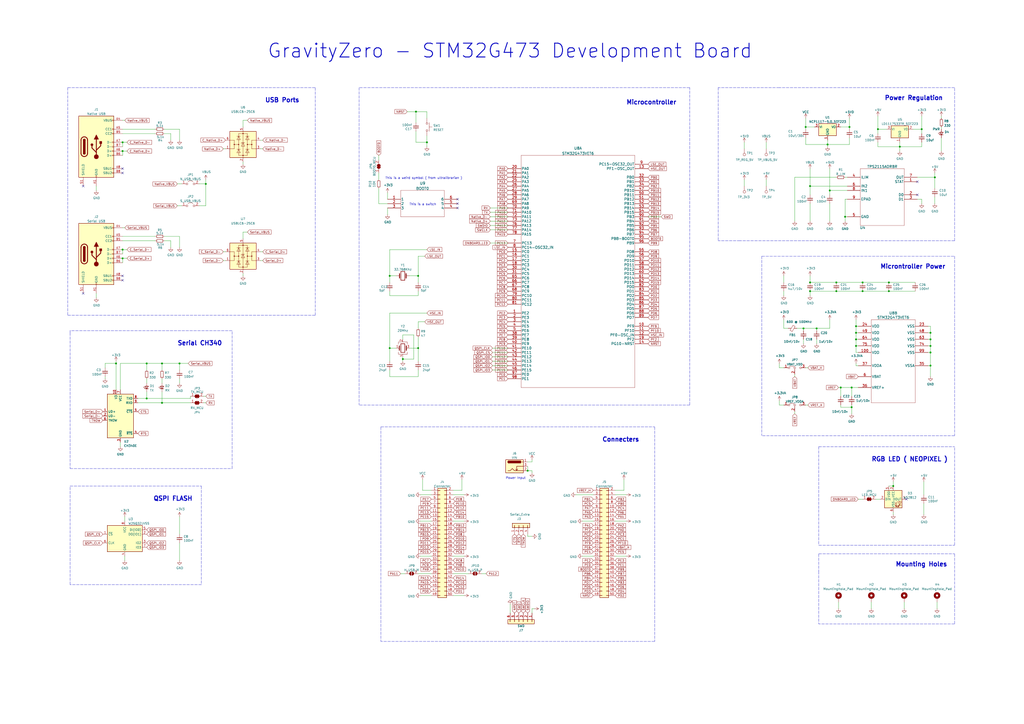
<source format=kicad_sch>
(kicad_sch (version 20211123) (generator eeschema)
  (paper "A2")
  (title_block (title "GraviryZero - STM32G473 Development Board") (date "2022-11-22") (rev "1.0") (company "Yaseen M. Twati"))
  (junction (at 473.71 190.5))
  (junction (at 492.76 73.66))
  (junction (at 226.06 160.02))
  (junction (at 534.67 74.93))
  (junction (at 466.09 190.5))
  (junction (at 509.27 74.93))
  (junction (at 71.12 149.86))
  (junction (at 496.57 193.04))
  (junction (at 247.65 82.55))
  (junction (at 515.62 163.83))
  (junction (at 71.12 87.63))
  (junction (at 71.12 82.55))
  (junction (at 67.31 210.82))
  (junction (at 518.16 281.94))
  (junction (at 496.57 200.66))
  (junction (at 85.09 210.82))
  (junction (at 242.57 160.02))
  (junction (at 539.75 193.04))
  (junction (at 539.75 200.66))
  (junction (at 85.09 231.14))
  (junction (at 521.97 85.09))
  (junction (at 539.75 212.09))
  (junction (at 241.3 64.77))
  (junction (at 469.9 168.91))
  (junction (at 93.98 210.82))
  (junction (at 500.38 168.91))
  (junction (at 93.98 233.68))
  (junction (at 119.38 106.68))
  (junction (at 469.9 107.95))
  (junction (at 496.57 196.85))
  (junction (at 104.14 210.82))
  (junction (at 542.29 102.87))
  (junction (at 467.36 73.66))
  (junction (at 539.75 196.85))
  (junction (at 500.38 163.83))
  (junction (at 494.03 236.22))
  (junction (at 480.06 83.82))
  (junction (at 515.62 168.91))
  (junction (at 306.07 273.05))
  (junction (at 494.03 224.79))
  (junction (at 539.75 204.47))
  (junction (at 490.22 125.73))
  (junction (at 226.06 201.93))
  (junction (at 469.9 163.83))
  (junction (at 481.33 110.49))
  (junction (at 485.14 163.83))
  (junction (at 233.68 208.28))
  (junction (at 487.68 224.79))
  (junction (at 496.57 189.23))
  (junction (at 485.14 168.91))
  (junction (at 242.57 201.93))
  (junction (at 71.12 144.78))
  (no_connect (at 71.12 162.56))
  (no_connect (at 71.12 160.02))
  (no_connect (at 71.12 100.33))
  (no_connect (at 532.13 105.41))
  (no_connect (at 48.26 170.18))
  (no_connect (at 265.43 118.11))
  (no_connect (at 265.43 115.57))
  (no_connect (at 265.43 120.65))
  (no_connect (at 71.12 97.79))
  (no_connect (at 525.78 289.56))
  (no_connect (at 48.26 107.95))
  (no_connect (at 532.13 113.03))
  (wire (pts (xy 539.75 212.09) (xy 539.75 218.44)))
  (wire (pts (xy 461.01 217.17) (xy 461.01 218.44)))
  (wire (pts (xy 473.71 190.5) (xy 481.33 190.5)))
  (wire (pts (xy 247.65 144.78) (xy 226.06 144.78)))
  (wire (pts (xy 243.84 287.02) (xy 250.19 287.02)))
  (wire (pts (xy 71.12 137.16) (xy 90.17 137.16)))
  (wire (pts (xy 102.87 106.68) (xy 105.41 106.68)))
  (wire (pts (xy 496.57 196.85) (xy 497.84 196.85)))
  (wire (pts (xy 284.48 120.65) (xy 294.64 120.65)))
  (wire (pts (xy 262.89 345.44) (xy 269.24 345.44)))
  (wire (pts (xy 241.3 76.2) (xy 241.3 82.55)))
  (wire (pts (xy 95.25 74.93) (xy 104.14 74.93)))
  (wire (pts (xy 71.12 139.7) (xy 90.17 139.7)))
  (wire (pts (xy 285.75 209.55) (xy 294.64 209.55)))
  (polyline (pts (xy 134.62 191.77) (xy 40.64 191.77)))
  (wire (pts (xy 67.31 210.82) (xy 67.31 226.06)))
  (wire (pts (xy 71.12 132.08) (xy 72.39 132.08)))
  (wire (pts (xy 469.9 97.79) (xy 469.9 107.95)))
  (wire (pts (xy 521.97 85.09) (xy 521.97 82.55)))
  (wire (pts (xy 535.94 279.4) (xy 535.94 287.02)))
  (wire (pts (xy 454.66 190.5) (xy 457.2 190.5)))
  (wire (pts (xy 444.5 82.55) (xy 444.5 86.36)))
  (wire (pts (xy 140.97 158.75) (xy 140.97 160.02)))
  (wire (pts (xy 467.36 68.58) (xy 467.36 73.66)))
  (polyline (pts (xy 220.98 247.65) (xy 379.73 247.65)))
  (wire (pts (xy 110.49 231.14) (xy 110.49 229.87)))
  (wire (pts (xy 473.71 190.5) (xy 466.09 190.5)))
  (wire (pts (xy 542.29 114.3) (xy 542.29 118.11)))
  (wire (pts (xy 481.33 97.79) (xy 481.33 110.49)))
  (wire (pts (xy 236.22 64.77) (xy 241.3 64.77)))
  (wire (pts (xy 104.14 210.82) (xy 104.14 214.63)))
  (wire (pts (xy 535.94 292.1) (xy 535.94 298.45)))
  (wire (pts (xy 356.87 287.02) (xy 363.22 287.02)))
  (wire (pts (xy 140.97 134.62) (xy 140.97 138.43)))
  (wire (pts (xy 515.62 168.91) (xy 500.38 168.91)))
  (wire (pts (xy 73.66 149.86) (xy 71.12 149.86)))
  (wire (pts (xy 534.67 85.09) (xy 534.67 82.55)))
  (polyline (pts (xy 474.98 321.31) (xy 553.72 321.31)))
  (wire (pts (xy 480.06 83.82) (xy 492.76 83.82)))
  (wire (pts (xy 524.51 349.25) (xy 524.51 353.06)))
  (wire (pts (xy 242.57 186.69) (xy 242.57 190.5)))
  (polyline (pts (xy 429.26 139.7) (xy 416.56 139.7)))
  (wire (pts (xy 356.87 302.26) (xy 363.22 302.26)))
  (wire (pts (xy 140.97 93.98) (xy 140.97 95.25)))
  (wire (pts (xy 534.67 115.57) (xy 532.13 115.57)))
  (wire (pts (xy 284.48 128.27) (xy 294.64 128.27)))
  (wire (pts (xy 452.12 232.41) (xy 452.12 234.95)))
  (wire (pts (xy 262.89 287.02) (xy 269.24 287.02)))
  (wire (pts (xy 129.54 86.36) (xy 130.81 86.36)))
  (wire (pts (xy 306.07 270.51) (xy 306.07 273.05)))
  (wire (pts (xy 546.1 73.66) (xy 546.1 74.93)))
  (wire (pts (xy 487.68 229.87) (xy 487.68 224.79)))
  (polyline (pts (xy 208.28 50.8) (xy 208.28 234.95)))
  (wire (pts (xy 71.12 74.93) (xy 90.17 74.93)))
  (wire (pts (xy 241.3 64.77) (xy 247.65 64.77)))
  (wire (pts (xy 538.48 193.04) (xy 539.75 193.04)))
  (polyline (pts (xy 400.05 234.95) (xy 208.28 234.95)))
  (wire (pts (xy 219.71 100.33) (xy 219.71 104.14)))
  (wire (pts (xy 469.9 113.03) (xy 469.9 107.95)))
  (wire (pts (xy 534.67 67.31) (xy 534.67 74.93)))
  (wire (pts (xy 469.9 107.95) (xy 491.49 107.95)))
  (wire (pts (xy 486.41 349.25) (xy 486.41 353.06)))
  (polyline (pts (xy 379.73 372.11) (xy 220.98 372.11)))
  (polyline (pts (xy 553.72 252.73) (xy 441.96 252.73)))
  (wire (pts (xy 534.67 118.11) (xy 534.67 115.57)))
  (wire (pts (xy 509.27 85.09) (xy 521.97 85.09)))
  (wire (pts (xy 104.14 74.93) (xy 104.14 81.28)))
  (polyline (pts (xy 116.84 339.09) (xy 40.64 339.09)))
  (wire (pts (xy 542.29 100.33) (xy 542.29 102.87)))
  (wire (pts (xy 492.76 68.58) (xy 492.76 73.66)))
  (wire (pts (xy 285.75 214.63) (xy 294.64 214.63)))
  (polyline (pts (xy 474.98 259.08) (xy 474.98 316.23)))
  (wire (pts (xy 454.66 168.91) (xy 454.66 171.45)))
  (wire (pts (xy 152.4 151.13) (xy 151.13 151.13)))
  (wire (pts (xy 85.09 210.82) (xy 69.85 210.82)))
  (wire (pts (xy 530.86 163.83) (xy 515.62 163.83)))
  (wire (pts (xy 500.38 163.83) (xy 515.62 163.83)))
  (wire (pts (xy 232.41 332.74) (xy 234.95 332.74)))
  (wire (pts (xy 85.09 210.82) (xy 85.09 214.63)))
  (wire (pts (xy 104.14 210.82) (xy 93.98 210.82)))
  (wire (pts (xy 480.06 83.82) (xy 480.06 85.09)))
  (wire (pts (xy 247.65 64.77) (xy 247.65 68.58)))
  (wire (pts (xy 72.39 322.58) (xy 72.39 325.12)))
  (wire (pts (xy 467.36 73.66) (xy 467.36 74.93)))
  (wire (pts (xy 496.57 196.85) (xy 496.57 200.66)))
  (wire (pts (xy 538.48 204.47) (xy 539.75 204.47)))
  (wire (pts (xy 515.62 168.91) (xy 530.86 168.91)))
  (wire (pts (xy 337.82 322.58) (xy 344.17 322.58)))
  (wire (pts (xy 485.14 168.91) (xy 469.9 168.91)))
  (wire (pts (xy 496.57 200.66) (xy 497.84 200.66)))
  (wire (pts (xy 226.06 163.83) (xy 226.06 160.02)))
  (wire (pts (xy 538.48 200.66) (xy 539.75 200.66)))
  (wire (pts (xy 242.57 160.02) (xy 242.57 163.83)))
  (wire (pts (xy 71.12 77.47) (xy 90.17 77.47)))
  (polyline (pts (xy 553.72 321.31) (xy 553.72 361.95)))
  (wire (pts (xy 233.68 194.31) (xy 240.03 194.31)))
  (polyline (pts (xy 553.72 361.95) (xy 474.98 361.95)))
  (wire (pts (xy 118.11 229.87) (xy 119.38 229.87)))
  (wire (pts (xy 247.65 82.55) (xy 247.65 78.74)))
  (wire (pts (xy 73.66 82.55) (xy 71.12 82.55)))
  (wire (pts (xy 140.97 69.85) (xy 140.97 73.66)))
  (wire (pts (xy 284.48 133.35) (xy 294.64 133.35)))
  (wire (pts (xy 226.06 171.45) (xy 242.57 171.45)))
  (wire (pts (xy 284.48 123.19) (xy 294.64 123.19)))
  (wire (pts (xy 539.75 196.85) (xy 539.75 200.66)))
  (wire (pts (xy 284.48 130.81) (xy 294.64 130.81)))
  (wire (pts (xy 538.48 189.23) (xy 539.75 189.23)))
  (wire (pts (xy 295.91 355.6) (xy 295.91 350.52)))
  (wire (pts (xy 104.14 314.96) (xy 104.14 325.12)))
  (wire (pts (xy 151.13 81.28) (xy 152.4 81.28)))
  (wire (pts (xy 233.68 196.85) (xy 233.68 194.31)))
  (wire (pts (xy 242.57 171.45) (xy 242.57 168.91)))
  (wire (pts (xy 60.96 218.44) (xy 60.96 219.71)))
  (wire (pts (xy 119.38 104.14) (xy 119.38 106.68)))
  (wire (pts (xy 93.98 210.82) (xy 85.09 210.82)))
  (wire (pts (xy 226.06 168.91) (xy 226.06 171.45)))
  (wire (pts (xy 95.25 137.16) (xy 104.14 137.16)))
  (wire (pts (xy 247.65 82.55) (xy 247.65 85.09)))
  (wire (pts (xy 431.8 104.14) (xy 431.8 107.95)))
  (wire (pts (xy 104.14 137.16) (xy 104.14 143.51)))
  (wire (pts (xy 481.33 118.11) (xy 481.33 128.27)))
  (wire (pts (xy 452.12 213.36) (xy 454.66 213.36)))
  (wire (pts (xy 487.68 224.79) (xy 494.03 224.79)))
  (wire (pts (xy 490.22 102.87) (xy 491.49 102.87)))
  (wire (pts (xy 469.9 118.11) (xy 469.9 128.27)))
  (wire (pts (xy 71.12 87.63) (xy 71.12 90.17)))
  (wire (pts (xy 494.03 234.95) (xy 494.03 236.22)))
  (wire (pts (xy 518.16 297.18) (xy 518.16 298.45)))
  (wire (pts (xy 69.85 256.54) (xy 69.85 259.08)))
  (wire (pts (xy 490.22 128.27) (xy 490.22 125.73)))
  (wire (pts (xy 542.29 102.87) (xy 542.29 109.22)))
  (wire (pts (xy 143.51 69.85) (xy 140.97 69.85)))
  (polyline (pts (xy 400.05 234.95) (xy 400.05 50.8)))
  (wire (pts (xy 242.57 195.58) (xy 242.57 201.93)))
  (wire (pts (xy 241.3 71.12) (xy 241.3 64.77)))
  (wire (pts (xy 539.75 189.23) (xy 539.75 193.04)))
  (wire (pts (xy 246.38 186.69) (xy 242.57 186.69)))
  (wire (pts (xy 514.35 74.93) (xy 509.27 74.93)))
  (polyline (pts (xy 40.64 271.78) (xy 134.62 271.78)))
  (polyline (pts (xy 553.72 316.23) (xy 553.72 259.08)))
  (wire (pts (xy 242.57 201.93) (xy 242.57 209.55)))
  (wire (pts (xy 509.27 74.93) (xy 509.27 77.47)))
  (wire (pts (xy 224.79 111.76) (xy 224.79 115.57)))
  (wire (pts (xy 102.87 119.38) (xy 105.41 119.38)))
  (wire (pts (xy 240.03 208.28) (xy 233.68 208.28)))
  (wire (pts (xy 219.71 90.17) (xy 219.71 92.71)))
  (wire (pts (xy 466.09 199.39) (xy 466.09 196.85)))
  (wire (pts (xy 85.09 227.33) (xy 85.09 231.14)))
  (wire (pts (xy 73.66 144.78) (xy 71.12 144.78)))
  (wire (pts (xy 486.41 224.79) (xy 487.68 224.79)))
  (wire (pts (xy 543.56 349.25) (xy 543.56 353.06)))
  (wire (pts (xy 233.68 208.28) (xy 233.68 207.01)))
  (wire (pts (xy 71.12 144.78) (xy 71.12 147.32)))
  (wire (pts (xy 461.01 102.87) (xy 485.14 102.87)))
  (wire (pts (xy 247.65 181.61) (xy 226.06 181.61)))
  (polyline (pts (xy 40.64 191.77) (xy 40.64 193.04)))
  (polyline (pts (xy 441.96 148.59) (xy 553.72 148.59)))
  (wire (pts (xy 69.85 210.82) (xy 69.85 226.06)))
  (wire (pts (xy 242.57 332.74) (xy 250.19 332.74)))
  (polyline (pts (xy 39.37 182.88) (xy 182.88 182.88)))
  (polyline (pts (xy 474.98 316.23) (xy 553.72 316.23)))
  (polyline (pts (xy 116.84 281.94) (xy 116.84 339.09)))
  (wire (pts (xy 490.22 125.73) (xy 491.49 125.73)))
  (wire (pts (xy 546.1 80.01) (xy 546.1 87.63)))
  (wire (pts (xy 461.01 128.27) (xy 461.01 102.87)))
  (wire (pts (xy 308.61 311.15) (xy 306.07 311.15)))
  (polyline (pts (xy 39.37 50.8) (xy 182.88 50.8)))
  (wire (pts (xy 99.06 139.7) (xy 99.06 143.51)))
  (polyline (pts (xy 474.98 259.08) (xy 553.72 259.08)))
  (wire (pts (xy 85.09 219.71) (xy 85.09 222.25)))
  (wire (pts (xy 467.36 83.82) (xy 480.06 83.82)))
  (wire (pts (xy 242.57 218.44) (xy 242.57 214.63)))
  (wire (pts (xy 226.06 209.55) (xy 226.06 201.93)))
  (wire (pts (xy 491.49 115.57) (xy 490.22 115.57)))
  (wire (pts (xy 539.75 200.66) (xy 539.75 204.47)))
  (wire (pts (xy 243.84 322.58) (xy 250.19 322.58)))
  (wire (pts (xy 469.9 163.83) (xy 485.14 163.83)))
  (wire (pts (xy 497.84 289.56) (xy 500.38 289.56)))
  (wire (pts (xy 95.25 77.47) (xy 99.06 77.47)))
  (polyline (pts (xy 553.72 50.8) (xy 452.12 50.8)))
  (wire (pts (xy 431.8 82.55) (xy 431.8 86.36)))
  (wire (pts (xy 71.12 69.85) (xy 72.39 69.85)))
  (wire (pts (xy 308.61 274.32) (xy 308.61 273.05)))
  (wire (pts (xy 361.95 278.13) (xy 361.95 284.48)))
  (wire (pts (xy 539.75 212.09) (xy 539.75 204.47)))
  (wire (pts (xy 496.57 189.23) (xy 496.57 193.04)))
  (wire (pts (xy 60.96 213.36) (xy 60.96 210.82)))
  (wire (pts (xy 73.66 87.63) (xy 71.12 87.63)))
  (wire (pts (xy 469.9 160.02) (xy 469.9 163.83)))
  (wire (pts (xy 104.14 219.71) (xy 104.14 222.25)))
  (wire (pts (xy 538.48 196.85) (xy 539.75 196.85)))
  (wire (pts (xy 109.22 210.82) (xy 104.14 210.82)))
  (wire (pts (xy 534.67 77.47) (xy 534.67 74.93)))
  (wire (pts (xy 237.49 160.02) (xy 242.57 160.02)))
  (wire (pts (xy 243.84 302.26) (xy 250.19 302.26)))
  (wire (pts (xy 466.09 191.77) (xy 466.09 190.5)))
  (wire (pts (xy 226.06 214.63) (xy 226.06 218.44)))
  (wire (pts (xy 72.39 299.72) (xy 72.39 302.26)))
  (polyline (pts (xy 379.73 247.65) (xy 379.73 372.11)))
  (wire (pts (xy 494.03 224.79) (xy 497.84 224.79)))
  (wire (pts (xy 93.98 227.33) (xy 93.98 233.68)))
  (wire (pts (xy 224.79 120.65) (xy 224.79 124.46)))
  (wire (pts (xy 496.57 210.82) (xy 496.57 212.09)))
  (wire (pts (xy 473.71 199.39) (xy 473.71 196.85)))
  (wire (pts (xy 226.06 181.61) (xy 226.06 201.93)))
  (wire (pts (xy 226.06 201.93) (xy 229.87 201.93)))
  (wire (pts (xy 492.76 73.66) (xy 492.76 74.93)))
  (wire (pts (xy 306.07 311.15) (xy 306.07 309.88)))
  (wire (pts (xy 95.25 139.7) (xy 99.06 139.7)))
  (wire (pts (xy 500.38 168.91) (xy 485.14 168.91)))
  (wire (pts (xy 452.12 234.95) (xy 454.66 234.95)))
  (wire (pts (xy 492.76 83.82) (xy 492.76 80.01)))
  (wire (pts (xy 240.03 194.31) (xy 240.03 208.28)))
  (wire (pts (xy 93.98 219.71) (xy 93.98 222.25)))
  (wire (pts (xy 143.51 134.62) (xy 140.97 134.62)))
  (polyline (pts (xy 416.56 50.8) (xy 416.56 139.7)))
  (wire (pts (xy 308.61 273.05) (xy 306.07 273.05)))
  (wire (pts (xy 246.38 148.59) (xy 242.57 148.59)))
  (wire (pts (xy 487.68 73.66) (xy 492.76 73.66)))
  (wire (pts (xy 497.84 189.23) (xy 496.57 189.23)))
  (wire (pts (xy 279.4 332.74) (xy 281.94 332.74)))
  (wire (pts (xy 496.57 212.09) (xy 497.84 212.09)))
  (wire (pts (xy 518.16 279.4) (xy 518.16 281.94)))
  (wire (pts (xy 521.97 85.09) (xy 534.67 85.09)))
  (wire (pts (xy 538.48 212.09) (xy 539.75 212.09)))
  (wire (pts (xy 308.61 266.7) (xy 308.61 267.97)))
  (polyline (pts (xy 553.72 139.7) (xy 429.26 139.7)))
  (wire (pts (xy 104.14 299.72) (xy 104.14 309.88)))
  (polyline (pts (xy 39.37 50.8) (xy 39.37 182.88)))
  (polyline (pts (xy 474.98 321.31) (xy 474.98 331.47)))
  (wire (pts (xy 461.01 238.76) (xy 461.01 240.03)))
  (wire (pts (xy 71.12 82.55) (xy 71.12 85.09)))
  (wire (pts (xy 226.06 144.78) (xy 226.06 160.02)))
  (wire (pts (xy 496.57 200.66) (xy 496.57 204.47)))
  (wire (pts (xy 521.97 85.09) (xy 521.97 87.63)))
  (wire (pts (xy 444.5 104.14) (xy 444.5 107.95)))
  (wire (pts (xy 85.09 231.14) (xy 110.49 231.14)))
  (wire (pts (xy 284.48 140.97) (xy 294.64 140.97)))
  (wire (pts (xy 496.57 193.04) (xy 496.57 196.85)))
  (wire (pts (xy 151.13 146.05) (xy 152.4 146.05)))
  (wire (pts (xy 487.68 234.95) (xy 487.68 236.22)))
  (wire (pts (xy 233.68 208.28) (xy 233.68 209.55)))
  (wire (pts (xy 481.33 185.42) (xy 481.33 190.5)))
  (wire (pts (xy 285.75 212.09) (xy 294.64 212.09)))
  (wire (pts (xy 546.1 67.31) (xy 546.1 68.58)))
  (wire (pts (xy 130.81 146.05) (xy 129.54 146.05)))
  (wire (pts (xy 152.4 86.36) (xy 151.13 86.36)))
  (wire (pts (xy 219.71 118.11) (xy 224.79 118.11)))
  (wire (pts (xy 494.03 229.87) (xy 494.03 224.79)))
  (wire (pts (xy 285.75 207.01) (xy 294.64 207.01)))
  (polyline (pts (xy 134.62 271.78) (xy 134.62 191.77)))
  (wire (pts (xy 496.57 193.04) (xy 497.84 193.04)))
  (wire (pts (xy 375.92 125.73) (xy 383.54 125.73)))
  (wire (pts (xy 508 289.56) (xy 510.54 289.56)))
  (wire (pts (xy 485.14 163.83) (xy 500.38 163.83)))
  (wire (pts (xy 509.27 67.31) (xy 509.27 74.93)))
  (wire (pts (xy 241.3 82.55) (xy 247.65 82.55)))
  (wire (pts (xy 515.62 281.94) (xy 518.16 281.94)))
  (wire (pts (xy 99.06 77.47) (xy 99.06 81.28)))
  (wire (pts (xy 469.9 168.91) (xy 469.9 171.45)))
  (wire (pts (xy 267.97 284.48) (xy 262.89 284.48)))
  (wire (pts (xy 337.82 302.26) (xy 344.17 302.26)))
  (wire (pts (xy 505.46 349.25) (xy 505.46 353.06)))
  (polyline (pts (xy 553.72 148.59) (xy 553.72 252.73)))
  (wire (pts (xy 284.48 125.73) (xy 294.64 125.73)))
  (wire (pts (xy 226.06 160.02) (xy 229.87 160.02)))
  (wire (pts (xy 93.98 233.68) (xy 80.01 233.68)))
  (wire (pts (xy 466.09 190.5) (xy 462.28 190.5)))
  (wire (pts (xy 93.98 233.68) (xy 110.49 233.68)))
  (polyline (pts (xy 441.96 148.59) (xy 441.96 252.73)))
  (wire (pts (xy 267.97 278.13) (xy 267.97 284.48)))
  (wire (pts (xy 494.03 236.22) (xy 494.03 240.03)))
  (wire (pts (xy 262.89 302.26) (xy 269.24 302.26)))
  (wire (pts (xy 496.57 185.42) (xy 496.57 189.23)))
  (wire (pts (xy 226.06 218.44) (xy 242.57 218.44)))
  (wire (pts (xy 509.27 82.55) (xy 509.27 85.09)))
  (wire (pts (xy 454.66 160.02) (xy 454.66 163.83)))
  (wire (pts (xy 452.12 210.82) (xy 452.12 213.36)))
  (wire (pts (xy 285.75 204.47) (xy 294.64 204.47)))
  (wire (pts (xy 487.68 236.22) (xy 494.03 236.22)))
  (wire (pts (xy 219.71 109.22) (xy 219.71 118.11)))
  (wire (pts (xy 308.61 267.97) (xy 306.07 267.97)))
  (wire (pts (xy 55.88 110.49) (xy 55.88 107.95)))
  (wire (pts (xy 245.11 278.13) (xy 245.11 284.48)))
  (polyline (pts (xy 220.98 247.65) (xy 220.98 372.11)))
  (wire (pts (xy 237.49 201.93) (xy 242.57 201.93)))
  (wire (pts (xy 308.61 353.06) (xy 308.61 355.6)))
  (wire (pts (xy 467.36 234.95) (xy 468.63 234.95)))
  (wire (pts (xy 361.95 284.48) (xy 356.87 284.48)))
  (wire (pts (xy 285.75 201.93) (xy 294.64 201.93)))
  (polyline (pts (xy 474.98 331.47) (xy 474.98 361.95)))
  (wire (pts (xy 60.96 210.82) (xy 67.31 210.82)))
  (wire (pts (xy 454.66 185.42) (xy 454.66 190.5)))
  (wire (pts (xy 496.57 204.47) (xy 497.84 204.47)))
  (polyline (pts (xy 182.88 182.88) (xy 182.88 50.8)))
  (polyline (pts (xy 40.64 193.04) (xy 40.64 271.78)))
  (wire (pts (xy 532.13 102.87) (xy 542.29 102.87)))
  (wire (pts (xy 490.22 115.57) (xy 490.22 125.73)))
  (polyline (pts (xy 40.64 281.94) (xy 116.84 281.94)))
  (wire (pts (xy 245.11 284.48) (xy 250.19 284.48)))
  (wire (pts (xy 243.84 345.44) (xy 250.19 345.44)))
  (wire (pts (xy 473.71 191.77) (xy 473.71 190.5)))
  (polyline (pts (xy 400.05 50.8) (xy 208.28 50.8)))
  (wire (pts (xy 467.36 213.36) (xy 468.63 213.36)))
  (wire (pts (xy 467.36 80.01) (xy 467.36 83.82)))
  (wire (pts (xy 539.75 193.04) (xy 539.75 196.85)))
  (wire (pts (xy 119.38 119.38) (xy 119.38 106.68)))
  (polyline (pts (xy 40.64 339.09) (xy 40.64 281.94)))
  (wire (pts (xy 115.57 119.38) (xy 119.38 119.38)))
  (wire (pts (xy 93.98 210.82) (xy 93.98 214.63)))
  (wire (pts (xy 262.89 332.74) (xy 271.78 332.74)))
  (wire (pts (xy 309.88 353.06) (xy 308.61 353.06)))
  (wire (pts (xy 118.11 233.68) (xy 119.38 233.68)))
  (wire (pts (xy 67.31 209.55) (xy 67.31 210.82)))
  (wire (pts (xy 481.33 113.03) (xy 481.33 110.49)))
  (wire (pts (xy 472.44 73.66) (xy 467.36 73.66)))
  (wire (pts (xy 481.33 110.49) (xy 491.49 110.49)))
  (wire (pts (xy 55.88 172.72) (xy 55.88 170.18)))
  (polyline (pts (xy 452.12 50.8) (xy 416.56 50.8)))
  (wire (pts (xy 262.89 322.58) (xy 269.24 322.58)))
  (wire (pts (xy 119.38 106.68) (xy 115.57 106.68)))
  (wire (pts (xy 356.87 322.58) (xy 363.22 322.58)))
  (wire (pts (xy 480.06 83.82) (xy 480.06 81.28)))
  (wire (pts (xy 129.54 151.13) (xy 130.81 151.13)))
  (wire (pts (xy 334.01 287.02) (xy 344.17 287.02)))
  (wire (pts (xy 71.12 149.86) (xy 71.12 152.4)))
  (wire (pts (xy 242.57 148.59) (xy 242.57 160.02)))
  (wire (pts (xy 85.09 231.14) (xy 80.01 231.14)))
  (polyline (pts (xy 553.72 139.7) (xy 553.72 50.8)))
  (wire (pts (xy 534.67 74.93) (xy 529.59 74.93)))
  (text "Microntroller Power" (at 510.54 156.21 0) (effects (font (size 2.54 2.54) (thickness 0.508) bold) (justify left bottom)))
  (text "Power Input" (at 293.37 278.13 0) (effects (font (size 1.27 1.27)) (justify left bottom)))
  (text "GravityZero - STM32G473 Development Board" (at 154.94 34.29 0) (effects (font (size 8 8) (thickness 0.508) bold) (justify left bottom)))
  (text "Microcontroller" (at 363.22 60.96 0) (effects (font (size 2.54 2.54) (thickness 0.508) bold) (justify left bottom)))
  (text "QSPI FLASH" (at 88.9 290.83 0) (effects (font (size 2.54 2.54) (thickness 0.508) bold) (justify left bottom)))
  (text "This is a weird symbol ( from ultralibrarian )" (at 223.52 104.14 0) (effects (font (size 1.27 1.27)) (justify left bottom)))
  (text "Serial CH340" (at 102.87 200.66 0) (effects (font (size 2.54 2.54) (thickness 0.508) bold) (justify left bottom)))
  (text "USB Ports" (at 153.67 59.69 0) (effects (font (size 2.54 2.54) (thickness 0.508) bold) (justify left bottom)))
  (text "Mounting Holes" (at 519.43 328.93 0) (effects (font (size 2.54 2.54) (thickness 0.508) bold) (justify left bottom)))
  (text "RGB LED ( NEOPIXEL )" (at 505.46 267.97 0) (effects (font (size 2.54 2.54) (thickness 0.508) bold) (justify left bottom)))
  (text "Connecters" (at 349.25 256.54 0) (effects (font (size 2.54 2.54) (thickness 0.508) bold) (justify left bottom)))
  (text "Power Regulation" (at 513.08 58.42 0) (effects (font (size 2.54 2.54) (thickness 0.508) bold) (justify left bottom)))
  (text "This is a switch" (at 237.49 119.38 0) (effects (font (size 1.27 1.27)) (justify left bottom)))
  (global_label "C_Serial_D-" (shape input) (at 73.66 144.78 0) (property "Intersheet References" "${INTERSHEET_REFS}" (effects hide)))
  (global_label "VREF" (shape input) (at 461.01 240.03 270) (property "Intersheet References" "${INTERSHEET_REFS}" (effects hide)))
  (global_label "PE8" (shape input) (at 294.64 196.85 180) (property "Intersheet References" "${INTERSHEET_REFS}" (effects hide)))
  (global_label "QSPI_IO1" (shape input) (at 285.75 209.55 180) (property "Intersheet References" "${INTERSHEET_REFS}" (effects hide)))
  (global_label "BOOT0" (shape input) (at 344.17 330.2 180) (property "Intersheet References" "${INTERSHEET_REFS}" (effects hide)))
  (global_label "PB9" (shape input) (at 375.92 140.97 0) (property "Intersheet References" "${INTERSHEET_REFS}" (effects hide)))
  (global_label "RX" (shape input) (at 284.48 120.65 180) (property "Intersheet References" "${INTERSHEET_REFS}" (effects hide)))
  (global_label "PD3" (shape input) (at 344.17 342.9 180) (property "Intersheet References" "${INTERSHEET_REFS}" (effects hide)))
  (global_label "PE13" (shape input) (at 294.64 209.55 180) (property "Intersheet References" "${INTERSHEET_REFS}" (effects hide)))
  (global_label "PE13" (shape input) (at 250.19 297.18 180) (property "Intersheet References" "${INTERSHEET_REFS}" (effects hide)))
  (global_label "VREF_H" (shape input) (at 468.63 234.95 0) (property "Intersheet References" "${INTERSHEET_REFS}" (effects hide)))
  (global_label "NRST" (shape input) (at 344.17 345.44 180) (property "Intersheet References" "${INTERSHEET_REFS}" (effects hide)))
  (global_label "VBAT_H" (shape input) (at 356.87 317.5 0) (property "Intersheet References" "${INTERSHEET_REFS}" (effects hide)))
  (global_label "QSPI_IO3" (shape input) (at 285.75 214.63 180) (property "Intersheet References" "${INTERSHEET_REFS}" (effects hide)))
  (global_label "PA13" (shape input) (at 294.64 130.81 180) (property "Intersheet References" "${INTERSHEET_REFS}" (effects hide)))
  (global_label "PA9" (shape input) (at 250.19 330.2 180) (property "Intersheet References" "${INTERSHEET_REFS}" (effects hide)))
  (global_label "SWDIO" (shape input) (at 306.07 355.6 90) (property "Intersheet References" "${INTERSHEET_REFS}" (effects hide)))
  (global_label "PC8" (shape input) (at 262.89 325.12 0) (property "Intersheet References" "${INTERSHEET_REFS}" (effects hide)))
  (global_label "PA11" (shape input) (at 232.41 332.74 180) (property "Intersheet References" "${INTERSHEET_REFS}" (effects hide)))
  (global_label "PE7" (shape input) (at 250.19 289.56 180) (property "Intersheet References" "${INTERSHEET_REFS}" (effects hide)))
  (global_label "NRST" (shape input) (at 375.92 199.39 0) (property "Intersheet References" "${INTERSHEET_REFS}" (effects hide)))
  (global_label "PA10" (shape input) (at 262.89 330.2 0) (property "Intersheet References" "${INTERSHEET_REFS}" (effects hide)))
  (global_label "PC7" (shape input) (at 250.19 325.12 180) (property "Intersheet References" "${INTERSHEET_REFS}" (effects hide)))
  (global_label "QSPI_CLK" (shape input) (at 59.69 314.96 180) (property "Intersheet References" "${INTERSHEET_REFS}" (effects hide)))
  (global_label "PA5" (shape input) (at 294.64 110.49 180) (property "Intersheet References" "${INTERSHEET_REFS}" (effects hide)))
  (global_label "PB7" (shape input) (at 375.92 135.89 0) (property "Intersheet References" "${INTERSHEET_REFS}" (effects hide)))
  (global_label "PE5" (shape input) (at 294.64 189.23 180) (property "Intersheet References" "${INTERSHEET_REFS}" (effects hide)))
  (global_label "PA13" (shape input) (at 250.19 335.28 180) (property "Intersheet References" "${INTERSHEET_REFS}" (effects hide)))
  (global_label "PA14" (shape input) (at 294.64 133.35 180) (property "Intersheet References" "${INTERSHEET_REFS}" (effects hide)))
  (global_label "C_Native_D-" (shape input) (at 73.66 82.55 0) (property "Intersheet References" "${INTERSHEET_REFS}" (effects hide)))
  (global_label "RX" (shape input) (at 119.38 233.68 0) (property "Intersheet References" "${INTERSHEET_REFS}" (effects hide)))
  (global_label "PA0" (shape input) (at 294.64 97.79 180) (property "Intersheet References" "${INTERSHEET_REFS}" (effects hide)))
  (global_label "PB4" (shape input) (at 375.92 128.27 0) (property "Intersheet References" "${INTERSHEET_REFS}" (effects hide)))
  (global_label "QSPI_IO3" (shape input) (at 85.09 317.5 0) (property "Intersheet References" "${INTERSHEET_REFS}" (effects hide)))
  (global_label "PB5" (shape input) (at 356.87 335.28 0) (property "Intersheet References" "${INTERSHEET_REFS}" (effects hide)))
  (global_label "PC10" (shape input) (at 294.64 171.45 180) (property "Intersheet References" "${INTERSHEET_REFS}" (effects hide)))
  (global_label "PA12" (shape input) (at 281.94 332.74 0) (property "Intersheet References" "${INTERSHEET_REFS}" (effects hide)))
  (global_label "PA8" (shape input) (at 294.64 118.11 180) (property "Intersheet References" "${INTERSHEET_REFS}" (effects hide)))
  (global_label "C_Serial_D+" (shape input) (at 73.66 149.86 0) (property "Intersheet References" "${INTERSHEET_REFS}" (effects hide)))
  (global_label "PA5" (shape input) (at 344.17 297.18 180) (property "Intersheet References" "${INTERSHEET_REFS}" (effects hide)))
  (global_label "NRST" (shape input) (at 236.22 64.77 180) (property "Intersheet References" "${INTERSHEET_REFS}" (effects hide)))
  (global_label "PB13" (shape input) (at 250.19 307.34 180) (property "Intersheet References" "${INTERSHEET_REFS}" (effects hide)))
  (global_label "PE9" (shape input) (at 294.64 199.39 180) (property "Intersheet References" "${INTERSHEET_REFS}" (effects hide)))
  (global_label "PB9" (shape input) (at 356.87 330.2 0) (property "Intersheet References" "${INTERSHEET_REFS}" (effects hide)))
  (global_label "PE3" (shape input) (at 356.87 325.12 0) (property "Intersheet References" "${INTERSHEET_REFS}" (effects hide)))
  (global_label "PB15" (shape input) (at 375.92 123.19 0) (property "Intersheet References" "${INTERSHEET_REFS}" (effects hide)))
  (global_label "PE15" (shape input) (at 294.64 214.63 180) (property "Intersheet References" "${INTERSHEET_REFS}" (effects hide)))
  (global_label "SWO" (shape input) (at 300.99 355.6 90) (property "Intersheet References" "${INTERSHEET_REFS}" (effects hide)))
  (global_label "VBAT" (shape input) (at 461.01 218.44 270) (property "Intersheet References" "${INTERSHEET_REFS}" (effects hide)))
  (global_label "PD5" (shape input) (at 375.92 179.07 0) (property "Intersheet References" "${INTERSHEET_REFS}" (effects hide)))
  (global_label "PE1" (shape input) (at 294.64 219.71 180) (property "Intersheet References" "${INTERSHEET_REFS}" (effects hide)))
  (global_label "Native_D+" (shape input) (at 129.54 86.36 180) (property "Intersheet References" "${INTERSHEET_REFS}" (effects hide)))
  (global_label "PD12" (shape input) (at 262.89 314.96 0) (property "Intersheet References" "${INTERSHEET_REFS}" (effects hide)))
  (global_label "PF9" (shape input) (at 375.92 189.23 0) (property "Intersheet References" "${INTERSHEET_REFS}" (effects hide)))
  (global_label "Native_VBUS" (shape input) (at 72.39 69.85 0) (property "Intersheet References" "${INTERSHEET_REFS}" (effects hide)))
  (global_label "PB3" (shape input) (at 375.92 125.73 0) (property "Intersheet References" "${INTERSHEET_REFS}" (effects hide)))
  (global_label "PC4" (shape input) (at 356.87 294.64 0) (property "Intersheet References" "${INTERSHEET_REFS}" (effects hide)))
  (global_label "RTS" (shape input) (at 80.01 251.46 0) (property "Intersheet References" "${INTERSHEET_REFS}" (effects hide)))
  (global_label "SWCLK" (shape input) (at 303.53 355.6 90) (property "Intersheet References" "${INTERSHEET_REFS}" (effects hide)))
  (global_label "Native_D-" (shape input) (at 152.4 86.36 0) (property "Intersheet References" "${INTERSHEET_REFS}" (effects hide)))
  (global_label "PC1" (shape input) (at 356.87 312.42 0) (property "Intersheet References" "${INTERSHEET_REFS}" (effects hide)))
  (global_label "RTS" (shape input) (at 300.99 309.88 270) (property "Intersheet References" "${INTERSHEET_REFS}" (effects hide)))
  (global_label "PA1" (shape input) (at 344.17 304.8 180) (property "Intersheet References" "${INTERSHEET_REFS}" (effects hide)))
  (global_label "PE4" (shape input) (at 294.64 186.69 180) (property "Intersheet References" "${INTERSHEET_REFS}" (effects hide)))
  (global_label "TX" (shape input) (at 119.38 229.87 0) (property "Intersheet References" "${INTERSHEET_REFS}" (effects hide)))
  (global_label "PD14" (shape input) (at 375.92 161.29 0) (property "Intersheet References" "${INTERSHEET_REFS}" (effects hide)))
  (global_label "PE3" (shape input) (at 294.64 184.15 180) (property "Intersheet References" "${INTERSHEET_REFS}" (effects hide)))
  (global_label "PD0" (shape input) (at 375.92 166.37 0) (property "Intersheet References" "${INTERSHEET_REFS}" (effects hide)))
  (global_label "PE2" (shape input) (at 344.17 325.12 180) (property "Intersheet References" "${INTERSHEET_REFS}" (effects hide)))
  (global_label "PA9" (shape input) (at 294.64 120.65 180) (property "Intersheet References" "${INTERSHEET_REFS}" (effects hide)))
  (global_label "PD8" (shape input) (at 262.89 309.88 0) (property "Intersheet References" "${INTERSHEET_REFS}" (effects hide)))
  (global_label "PE6" (shape input) (at 344.17 317.5 180) (property "Intersheet References" "${INTERSHEET_REFS}" (effects hide)))
  (global_label "LSE_OUT" (shape input) (at 246.38 148.59 0) (property "Intersheet References" "${INTERSHEET_REFS}" (effects hide)))
  (global_label "PD10" (shape input) (at 375.92 151.13 0) (property "Intersheet References" "${INTERSHEET_REFS}" (effects hide)))
  (global_label "PD15" (shape input) (at 375.92 163.83 0) (property "Intersheet References" "${INTERSHEET_REFS}" (effects hide)))
  (global_label "PB0" (shape input) (at 375.92 102.87 0) (property "Intersheet References" "${INTERSHEET_REFS}" (effects hide)))
  (global_label "PA7" (shape input) (at 294.64 115.57 180) (property "Intersheet References" "${INTERSHEET_REFS}" (effects hide)))
  (global_label "PD10" (shape input) (at 262.89 312.42 0) (property "Intersheet References" "${INTERSHEET_REFS}" (effects hide)))
  (global_label "PD0" (shape input) (at 250.19 342.9 180) (property "Intersheet References" "${INTERSHEET_REFS}" (effects hide)))
  (global_label "PB10" (shape input) (at 375.92 110.49 0) (property "Intersheet References" "${INTERSHEET_REFS}" (effects hide)))
  (global_label "HSE_IN" (shape input) (at 375.92 194.31 0) (property "Intersheet References" "${INTERSHEET_REFS}" (effects hide)))
  (global_label "PB12" (shape input) (at 262.89 304.8 0) (property "Intersheet References" "${INTERSHEET_REFS}" (effects hide)))
  (global_label "CTS" (shape input) (at 298.45 309.88 270) (property "Intersheet References" "${INTERSHEET_REFS}" (effects hide)))
  (global_label "C_Native_D-" (shape input) (at 152.4 81.28 0) (property "Intersheet References" "${INTERSHEET_REFS}" (effects hide)))
  (global_label "PB2" (shape input) (at 375.92 107.95 0) (property "Intersheet References" "${INTERSHEET_REFS}" (effects hide)))
  (global_label "NRST" (shape input) (at 298.45 355.6 90) (property "Intersheet References" "${INTERSHEET_REFS}" (effects hide)))
  (global_label "Serial_D+" (shape input) (at 59.69 238.76 180) (property "Intersheet References" "${INTERSHEET_REFS}" (effects hide)))
  (global_label "PD7" (shape input) (at 344.17 337.82 180) (property "Intersheet References" "${INTERSHEET_REFS}" (effects hide)))
  (global_label "VBAT" (shape input) (at 497.84 218.44 180) (property "Intersheet References" "${INTERSHEET_REFS}" (effects hide)))
  (global_label "PA3" (shape input) (at 294.64 105.41 180) (property "Intersheet References" "${INTERSHEET_REFS}" (effects hide)))
  (global_label "PC11" (shape input) (at 294.64 173.99 180) (property "Intersheet References" "${INTERSHEET_REFS}" (effects hide)))
  (global_label "LSE_IN" (shape input) (at 247.65 144.78 0) (property "Intersheet References" "${INTERSHEET_REFS}" (effects hide)))
  (global_label "Native_VBUS" (shape input) (at 102.87 106.68 180) (property "Intersheet References" "${INTERSHEET_REFS}" (effects hide)))
  (global_label "PD13" (shape input) (at 250.19 317.5 180) (property "Intersheet References" "${INTERSHEET_REFS}" (effects hide)))
  (global_label "PD9" (shape input) (at 250.19 312.42 180) (property "Intersheet References" "${INTERSHEET_REFS}" (effects hide)))
  (global_label "PC6" (shape input) (at 294.64 161.29 180) (property "Intersheet References" "${INTERSHEET_REFS}" (effects hide)))
  (global_label "PF2" (shape input) (at 344.17 307.34 180) (property "Intersheet References" "${INTERSHEET_REFS}" (effects hide)))
  (global_label "VREF_H" (shape input) (at 344.17 284.48 180) (property "Intersheet References" "${INTERSHEET_REFS}" (effects hide)))
  (global_label "PD11" (shape input) (at 250.19 314.96 180) (property "Intersheet References" "${INTERSHEET_REFS}" (effects hide)))
  (global_label "HSE_OUT" (shape input) (at 246.38 186.69 0) (property "Intersheet References" "${INTERSHEET_REFS}" (effects hide)))
  (global_label "PC11" (shape input) (at 250.19 340.36 180) (property "Intersheet References" "${INTERSHEET_REFS}" (effects hide)))
  (global_label "Serial_D-" (shape input) (at 59.69 241.3 180) (property "Intersheet References" "${INTERSHEET_REFS}" (effects hide)))
  (global_label "PB12" (shape input) (at 375.92 115.57 0) (property "Intersheet References" "${INTERSHEET_REFS}" (effects hide)))
  (global_label "PA12" (shape input) (at 294.64 128.27 180) (property "Intersheet References" "${INTERSHEET_REFS}" (effects hide)))
  (global_label "PE12" (shape input) (at 262.89 294.64 0) (property "Intersheet References" "${INTERSHEET_REFS}" (effects hide)))
  (global_label "VREF" (shape input) (at 486.41 224.79 180) (property "Intersheet References" "${INTERSHEET_REFS}" (effects hide)))
  (global_label "TNOW" (shape input) (at 303.53 309.88 270) (property "Intersheet References" "${INTERSHEET_REFS}" (effects hide)))
  (global_label "PA6" (shape input) (at 294.64 113.03 180) (property "Intersheet References" "${INTERSHEET_REFS}" (effects hide)))
  (global_label "PC0" (shape input) (at 344.17 312.42 180) (property "Intersheet References" "${INTERSHEET_REFS}" (effects hide)))
  (global_label "PB11" (shape input) (at 250.19 304.8 180) (property "Intersheet References" "${INTERSHEET_REFS}" (effects hide)))
  (global_label "PE4" (shape input) (at 344.17 320.04 180) (property "Intersheet References" "${INTERSHEET_REFS}" (effects hide)))
  (global_label "PA1" (shape input) (at 294.64 100.33 180) (property "Intersheet References" "${INTERSHEET_REFS}" (effects hide)))
  (global_label "SWCLK" (shape input) (at 284.48 133.35 180) (property "Intersheet References" "${INTERSHEET_REFS}" (effects hide)))
  (global_label "PB15" (shape input) (at 250.19 309.88 180) (property "Intersheet References" "${INTERSHEET_REFS}" (effects hide)))
  (global_label "C_Native_D+" (shape input) (at 130.81 81.28 180) (property "Intersheet References" "${INTERSHEET_REFS}" (effects hide)))
  (global_label "SWO" (shape input) (at 383.54 125.73 0) (property "Intersheet References" "${INTERSHEET_REFS}" (effects hide)))
  (global_label "PD4" (shape input) (at 375.92 176.53 0) (property "Intersheet References" "${INTERSHEET_REFS}" (effects hide)))
  (global_label "PE11" (shape input) (at 250.19 294.64 180) (property "Intersheet References" "${INTERSHEET_REFS}" (effects hide)))
  (global_label "PD14" (shape input) (at 262.89 317.5 0) (property "Intersheet References" "${INTERSHEET_REFS}" (effects hide)))
  (global_label "PB1" (shape input) (at 344.17 289.56 180) (property "Intersheet References" "${INTERSHEET_REFS}" (effects hide)))
  (global_label "PA4" (shape input) (at 294.64 107.95 180) (property "Intersheet References" "${INTERSHEET_REFS}" (effects hide)))
  (global_label "PA10" (shape input) (at 294.64 123.19 180) (property "Intersheet References" "${INTERSHEET_REFS}" (effects hide)))
  (global_label "PE1" (shape input) (at 356.87 327.66 0) (property "Intersheet References" "${INTERSHEET_REFS}" (effects hide)))
  (global_label "QSPI_CS" (shape input) (at 285.75 204.47 180) (property "Intersheet References" "${INTERSHEET_REFS}" (effects hide)))
  (global_label "Serial_D-" (shape input) (at 129.54 151.13 180) (property "Intersheet References" "${INTERSHEET_REFS}" (effects hide)))
  (global_label "PB5" (shape input) (at 375.92 130.81 0) (property "Intersheet References" "${INTERSHEET_REFS}" (effects hide)))
  (global_label "Native_D-" (shape input) (at 284.48 125.73 180) (property "Intersheet References" "${INTERSHEET_REFS}" (effects hide)))
  (global_label "PF2" (shape input) (at 375.92 196.85 0) (property "Intersheet References" "${INTERSHEET_REFS}" (effects hide)))
  (global_label "PD1" (shape input) (at 262.89 342.9 0) (property "Intersheet References" "${INTERSHEET_REFS}" (effects hide)))
  (global_label "PD6" (shape input) (at 356.87 340.36 0) (property "Intersheet References" "${INTERSHEET_REFS}" (effects hide)))
  (global_label "PC10" (shape input) (at 262.89 337.82 0) (property "Intersheet References" "${INTERSHEET_REFS}" (effects hide)))
  (global_label "PF9" (shape input) (at 344.17 314.96 180) (property "Intersheet References" "${INTERSHEET_REFS}" (effects hide)))
  (global_label "PE7" (shape input) (at 294.64 194.31 180) (property "Intersheet References" "${INTERSHEET_REFS}" (effects hide)))
  (global_label "QSPI_IO0" (shape input) (at 285.75 207.01 180) (property "Intersheet References" "${INTERSHEET_REFS}" (effects hide)))
  (global_label "PB4" (shape input) (at 344.17 335.28 180) (property "Intersheet References" "${INTERSHEET_REFS}" (effects hide)))
  (global_label "PD12" (shape input) (at 375.92 156.21 0) (property "Intersheet References" "${INTERSHEET_REFS}" (effects hide)))
  (global_label "PE15" (shape input) (at 250.19 299.72 180) (property "Intersheet References" "${INTERSHEET_REFS}" (effects hide)))
  (global_label "PB6" (shape input) (at 344.17 332.74 180) (property "Intersheet References" "${INTERSHEET_REFS}" (effects hide)))
  (global_label "PB14" (shape input) (at 262.89 307.34 0) (property "Intersheet References" "${INTERSHEET_REFS}" (effects hide)))
  (global_label "PD2" (shape input) (at 375.92 171.45 0) (property "Intersheet References" "${INTERSHEET_REFS}" (effects hide)))
  (global_label "PA0" (shape input) (at 356.87 307.34 0) (property "Intersheet References" "${INTERSHEET_REFS}" (effects hide)))
  (global_label "QSPI_CLK" (shape input) (at 285.75 201.93 180) (property "Intersheet References" "${INTERSHEET_REFS}" (effects hide)))
  (global_label "TNOW" (shape input) (at 59.69 243.84 180) (property "Intersheet References" "${INTERSHEET_REFS}" (effects hide)))
  (global_label "PA4" (shape input) (at 356.87 299.72 0) (property "Intersheet References" "${INTERSHEET_REFS}" (effects hide)))
  (global_label "LSE_OUT" (shape input) (at 375.92 95.25 0) (property "Intersheet References" "${INTERSHEET_REFS}" (effects hide)))
  (global_label "PE11" (shape input) (at 294.64 204.47 180) (property "Intersheet References" "${INTERSHEET_REFS}" (effects hide)))
  (global_label "PE0" (shape input) (at 344.17 327.66 180) (property "Intersheet References" "${INTERSHEET_REFS}" (effects hide)))
  (global_label "Serial_VBUS" (shape input) (at 102.87 119.38 180) (property "Intersheet References" "${INTERSHEET_REFS}" (effects hide)))
  (global_label "PC2" (shape input) (at 344.17 309.88 180) (property "Intersheet References" "${INTERSHEET_REFS}" (effects hide)))
  (global_label "BOOT0" (shape input) (at 219.71 90.17 90) (property "Intersheet References" "${INTERSHEET_REFS}" (effects hide)))
  (global_label "PD11" (shape input) (at 375.92 153.67 0) (property "Intersheet References" "${INTERSHEET_REFS}" (effects hide)))
  (global_label "PC12" (shape input) (at 294.64 176.53 180) (property "Intersheet References" "${INTERSHEET_REFS}" (effects hide)))
  (global_label "PD7" (shape input) (at 375.92 184.15 0) (property "Intersheet References" "${INTERSHEET_REFS}" (effects hide)))
  (global_label "PA2" (shape input) (at 294.64 102.87 180) (property "Intersheet References" "${INTERSHEET_REFS}" (effects hide)))
  (global_label "PE14" (shape input) (at 294.64 212.09 180) (property "Intersheet References" "${INTERSHEET_REFS}" (effects hide)))
  (global_label "PB2" (shape input) (at 356.87 289.56 0) (property "Intersheet References" "${INTERSHEET_REFS}" (effects hide)))
  (global_label "PC3" (shape input) (at 356.87 309.88 0) (property "Intersheet References" "${INTERSHEET_REFS}" (effects hide)))
  (global_label "PB13" (shape input) (at 375.92 118.11 0) (property "Intersheet References" "${INTERSHEET_REFS}" (effects hide)))
  (global_label "PE10" (shape input) (at 294.64 201.93 180) (property "Intersheet References" "${INTERSHEET_REFS}" (effects hide)))
  (global_label "ONBOARD_LED" (shape input) (at 497.84 289.56 180) (property "Intersheet References" "${INTERSHEET_REFS}" (effects hide)))
  (global_label "TX" (shape input) (at 284.48 123.19 180) (property "Intersheet References" "${INTERSHEET_REFS}" (effects hide)))
  (global_label "PE8" (shape input) (at 262.89 289.56 0) (property "Intersheet References" "${INTERSHEET_REFS}" (effects hide)))
  (global_label "QSPI_CS" (shape input) (at 59.69 309.88 180) (property "Intersheet References" "${INTERSHEET_REFS}" (effects hide)))
  (global_label "Native_VBUS" (shape input) (at 143.51 69.85 0) (property "Intersheet References" "${INTERSHEET_REFS}" (effects hide)))
  (global_label "PA11" (shape input) (at 294.64 125.73 180) (property "Intersheet References" "${INTERSHEET_REFS}" (effects hide)))
  (global_label "PE0" (shape input) (at 294.64 217.17 180) (property "Intersheet References" "${INTERSHEET_REFS}" (effects hide)))
  (global_label "PB7" (shape input) (at 356.87 332.74 0) (property "Intersheet References" "${INTERSHEET_REFS}" (effects hide)))
  (global_label "PD5" (shape input) (at 344.17 340.36 180) (property "Intersheet References" "${INTERSHEET_REFS}" (effects hide)))
  (global_label "PA8" (shape input) (at 262.89 327.66 0) (property "Intersheet References" "${INTERSHEET_REFS}" (effects hide)))
  (global_label "BOOT0" (shape input) (at 375.92 138.43 0) (property "Intersheet References" "${INTERSHEET_REFS}" (effects hide)))
  (global_label "LSE_IN" (shape input) (at 294.64 143.51 180) (property "Intersheet References" "${INTERSHEET_REFS}" (effects hide)))
  (global_label "PE10" (shape input) (at 262.89 292.1 0) (property "Intersheet References" "${INTERSHEET_REFS}" (effects hide)))
  (global_label "PD3" (shape input) (at 375.92 173.99 0) (property "Intersheet References" "${INTERSHEET_REFS}" (effects hide)))
  (global_label "PA2" (shape input) (at 356.87 304.8 0) (property "Intersheet References" "${INTERSHEET_REFS}" (effects hide)))
  (global_label "PA15" (shape input) (at 250.19 337.82 180) (property "Intersheet References" "${INTERSHEET_REFS}" (effects hide)))
  (global_label "CTS" (shape input) (at 80.01 238.76 0) (property "Intersheet References" "${INTERSHEET_REFS}" (effects hide)))
  (global_label "PB10" (shape input) (at 262.89 299.72 0) (property "Intersheet References" "${INTERSHEET_REFS}" (effects hide)))
  (global_label "PC5" (shape input) (at 294.64 158.75 180) (property "Intersheet References" "${INTERSHEET_REFS}" (effects hide)))
  (global_label "PC12" (shape input) (at 262.89 340.36 0) (property "Intersheet References" "${INTERSHEET_REFS}" (effects hide)))
  (global_label "C_Serial_D+" (shape input) (at 152.4 146.05 0) (property "Intersheet References" "${INTERSHEET_REFS}" (effects hide)))
  (global_label "VBAT_H" (shape input) (at 468.63 213.36 0) (property "Intersheet References" "${INTERSHEET_REFS}" (effects hide)))
  (global_label "Serial_VBUS" (shape input) (at 72.39 132.08 0) (property "Intersheet References" "${INTERSHEET_REFS}" (effects hide)))
  (global_label "PA7" (shape input) (at 344.17 294.64 180) (property "Intersheet References" "${INTERSHEET_REFS}" (effects hide)))
  (global_label "PD1" (shape input) (at 375.92 168.91 0) (property "Intersheet References" "${INTERSHEET_REFS}" (effects hide)))
  (global_label "C_Native_D+" (shape input) (at 73.66 87.63 0) (property "Intersheet References" "${INTERSHEET_REFS}" (effects hide)))
  (global_label "PA14" (shape input) (at 262.89 335.28 0) (property "Intersheet References" "${INTERSHEET_REFS}" (effects hide)))
  (global_label "PE9" (shape input) (at 250.19 292.1 180) (property "Intersheet References" "${INTERSHEET_REFS}" (effects hide)))
  (global_label "PD6" (shape input) (at 375.92 181.61 0) (property "Intersheet References" "${INTERSHEET_REFS}" (effects hide)))
  (global_label "PE5" (shape input) (at 356.87 320.04 0) (property "Intersheet References" "${INTERSHEET_REFS}" (effects hide)))
  (global_label "PC7" (shape input) (at 294.64 163.83 180) (property "Intersheet References" "${INTERSHEET_REFS}" (effects hide)))
  (global_label "Serial_VBUS" (shape input) (at 109.22 210.82 0) (property "Intersheet References" "${INTERSHEET_REFS}" (effects hide)))
  (global_label "PD13" (shape input) (at 375.92 158.75 0) (property "Intersheet References" "${INTERSHEET_REFS}" (effects hide)))
  (global_label "PE6" (shape input) (at 294.64 191.77 180) (property "Intersheet References" "${INTERSHEET_REFS}" (effects hide)))
  (global_label "PC0" (shape input) (at 294.64 146.05 180) (property "Intersheet References" "${INTERSHEET_REFS}" (effects hide)))
  (global_label "QSPI_IO2" (shape input) (at 85.09 314.96 0) (property "Intersheet References" "${INTERSHEET_REFS}" (effects hide)))
  (global_label "PA15" (shape input) (at 294.64 135.89 180) (property "Intersheet References" "${INTERSHEET_REFS}" (effects hide)))
  (global_label "PC4" (shape input) (at 294.64 156.21 180) (property "Intersheet References" "${INTERSHEET_REFS}" (effects hide)))
  (global_label "HSE_IN" (shape input) (at 247.65 181.61 0) (property "Intersheet References" "${INTERSHEET_REFS}" (effects hide)))
  (global_label "PC6" (shape input) (at 262.89 320.04 0) (property "Intersheet References" "${INTERSHEET_REFS}" (effects hide)))
  (global_label "C_Serial_D-" (shape input) (at 129.54 146.05 180) (property "Intersheet References" "${INTERSHEET_REFS}" (effects hide)))
  (global_label "PB6" (shape input) (at 375.92 133.35 0) (property "Intersheet References" "${INTERSHEET_REFS}" (effects hide)))
  (global_label "SWDIO" (shape input) (at 284.48 130.81 180) (property "Intersheet References" "${INTERSHEET_REFS}" (effects hide)))
  (global_label "PA6" (shape input) (at 356.87 297.18 0) (property "Intersheet References" "${INTERSHEET_REFS}" (effects hide)))
  (global_label "ONBOARD_LED" (shape input) (at 284.48 140.97 180) (property "Intersheet References" "${INTERSHEET_REFS}" (effects hide)))
  (global_label "PF10" (shape input) (at 356.87 314.96 0) (property "Intersheet References" "${INTERSHEET_REFS}" (effects hide)))
  (global_label "PD4" (shape input) (at 356.87 342.9 0) (property "Intersheet References" "${INTERSHEET_REFS}" (effects hide)))
  (global_label "PC5" (shape input) (at 344.17 292.1 180) (property "Intersheet References" "${INTERSHEET_REFS}" (effects hide)))
  (global_label "PC2" (shape input) (at 294.64 151.13 180) (property "Intersheet References" "${INTERSHEET_REFS}" (effects hide)))
  (global_label "PC3" (shape input) (at 294.64 153.67 180) (property "Intersheet References" "${INTERSHEET_REFS}" (effects hide)))
  (global_label "PD9" (shape input) (at 375.92 148.59 0) (property "Intersheet References" "${INTERSHEET_REFS}" (effects hide)))
  (global_label "QSPI_IO2" (shape input) (at 285.75 212.09 180) (property "Intersheet References" "${INTERSHEET_REFS}" (effects hide)))
  (global_label "PB0" (shape input) (at 356.87 292.1 0) (property "Intersheet References" "${INTERSHEET_REFS}" (effects hide)))
  (global_label "QSPI_IO1" (shape input) (at 85.09 309.88 0) (property "Intersheet References" "${INTERSHEET_REFS}" (effects hide)))
  (global_label "PD2" (shape input) (at 356.87 345.44 0) (property "Intersheet References" "${INTERSHEET_REFS}" (effects hide)))
  (global_label "PB11" (shape input) (at 375.92 113.03 0) (property "Intersheet References" "${INTERSHEET_REFS}" (effects hide)))
  (global_label "Serial_VBUS" (shape input) (at 143.51 134.62 0) (property "Intersheet References" "${INTERSHEET_REFS}" (effects hide)))
  (global_label "Serial_D+" (shape input) (at 152.4 151.13 0) (property "Intersheet References" "${INTERSHEET_REFS}" (effects hide)))
  (global_label "PA3" (shape input) (at 344.17 299.72 180) (property "Intersheet References" "${INTERSHEET_REFS}" (effects hide)))
  (global_label "PB1" (shape input) (at 375.92 105.41 0) (property "Intersheet References" "${INTERSHEET_REFS}" (effects hide)))
  (global_label "PD8" (shape input) (at 375.92 146.05 0) (property "Intersheet References" "${INTERSHEET_REFS}" (effects hide)))
  (global_label "PC9" (shape input) (at 294.64 168.91 180) (property "Intersheet References" "${INTERSHEET_REFS}" (effects hide)))
  (global_label "QSPI_IO0" (shape input) (at 85.09 307.34 0) (property "Intersheet References" "${INTERSHEET_REFS}" (effects hide)))
  (global_label "PC13" (shape input) (at 294.64 140.97 180) (property "Intersheet References" "${INTERSHEET_REFS}" (effects hide)))
  (global_label "PE14" (shape input) (at 262.89 297.18 0) (property "Intersheet References" "${INTERSHEET_REFS}" (effects hide)))
  (global_label "PC9" (shape input) (at 250.19 327.66 180) (property "Intersheet References" "${INTERSHEET_REFS}" (effects hide)))
  (global_label "PB14" (shape input) (at 375.92 120.65 0) (property "Intersheet References" "${INTERSHEET_REFS}" (effects hide)))
  (global_label "PE2" (shape input) (at 294.64 181.61 180) (property "Intersheet References" "${INTERSHEET_REFS}" (effects hide)))
  (global_label "HSE_OUT" (shape input) (at 375.92 97.79 0) (property "Intersheet References" "${INTERSHEET_REFS}" (effects hide)))
  (global_label "PB3" (shape input) (at 356.87 337.82 0) (property "Intersheet References" "${INTERSHEET_REFS}" (effects hide)))
  (global_label "PC1" (shape input) (at 294.64 148.59 180) (property "Intersheet References" "${INTERSHEET_REFS}" (effects hide)))
  (global_label "PF10" (shape input) (at 375.92 191.77 0) (property "Intersheet References" "${INTERSHEET_REFS}" (effects hide)))
  (global_label "PC8" (shape input) (at 294.64 166.37 180) (property "Intersheet References" "${INTERSHEET_REFS}" (effects hide)))
  (global_label "PD15" (shape input) (at 250.19 320.04 180) (property "Intersheet References" "${INTERSHEET_REFS}" (effects hide)))
  (global_label "PE12" (shape input) (at 294.64 207.01 180) (property "Intersheet References" "${INTERSHEET_REFS}" (effects hide)))
  (global_label "Native_D+" (shape input) (at 284.48 128.27 180) (property "Intersheet References" "${INTERSHEET_REFS}" (effects hide)))
  (symbol (lib_id "Device:R_Small") (at 92.71 137.16 90) (unit 1)
    (property "Reference" "R5" (at 92.6861 133.467 90))
    (property "Value" "5.1k" (at 92.71 135.2605 90))
    (property "Footprint" "Resistor_SMD:R_0603_1608Metric" (effects hide))
  )
  (symbol (lib_id "power:GND") (at 466.09 199.39 0) (unit 1)
    (property "Reference" "#PWR0127" (effects hide))
    (property "Value" "GND" (at 466.217 203.7842 0))
  )
  (symbol (lib_id "Connector:TestPoint") (at 431.8 86.36 180) (unit 1)
    (property "Reference" "TP1" (at 433.197 88.8273 0) (effects (justify right)))
    (property "Value" "TP_REG_5V" (at 426.72 92.71 0) (effects (justify right)))
    (property "Footprint" "TestPoint:TestPoint_Pad_D1.0mm" (effects hide))
  )
  (symbol (lib_id "SS3235S-2:SS-3235S-L2") (at 224.79 115.57 0) (unit 1)
    (property "Reference" "U9" (at 245.11 106.3424 0) (effects (font (size 1.524 1.524))))
    (property "Value" "BOOT0" (at 245.11 109.3358 0) (effects (font (size 1.524 1.524))))
    (property "Footprint" "SS3235S:SS-3235S-L2" (effects hide))
  )
  (symbol (lib_id "Regulator_Linear:NCP1117-5.0_SOT223") (at 480.06 73.66 0) (unit 1)
    (property "Reference" "U1" (at 480.06 68.0552 0))
    (property "Value" "NCP1117-5.0_SOT223" (at 480.06 70.5921 0))
    (property "Footprint" "Package_TO_SOT_SMD:SOT-223-3_TabPin2" (effects hide))
    (property "Datasheet" "http://www.onsemi.com/pub_link/Collateral/NCP1117-D.PDF" (effects hide))
  )
  (symbol (lib_id "Jumper:SolderJumper_2_Open") (at 275.59 332.74 0) (unit 1)
    (property "Reference" "JP10" (at 275.59 328.1512 0))
    (property "Value" "H_USB_P" (at 275.59 330.6881 0))
    (property "Footprint" "Jumper:SolderJumper-2_P1.3mm_Open_TrianglePad1.0x1.5mm" (effects hide))
  )
  (symbol (lib_id "power:+5VD") (at 431.8 82.55 0) (unit 1)
    (property "Reference" "#PWR03" (effects hide))
    (property "Value" "+5VD" (at 431.8 78.9742 0))
  )
  (symbol (lib_id "power:+3V3") (at 309.88 353.06 270) (unit 1)
    (property "Reference" "#PWR0170" (effects hide))
    (property "Value" "+3V3" (at 314.2742 353.441 0))
  )
  (symbol (lib_id "Connector:USB_C_Receptacle_USB2.0") (at 55.88 147.32 0) (unit 1)
    (property "Reference" "J2" (at 55.88 125.73 0))
    (property "Value" "Serial USB" (at 55.88 128.27 0))
    (property "Footprint" "Connector_USB:USB_C_Receptacle_HRO_TYPE-C-31-M-12" (effects hide))
    (property "Datasheet" "https://www.usb.org/sites/default/files/documents/usb_type-c.zip" (effects hide))
  )
  (symbol (lib_id "Connector_Generic:Conn_01x04") (at 300.99 304.8 90) (unit 1)
    (property "Reference" "J3" (at 302.26 300.99 90) (effects (justify left)))
    (property "Value" "Serial_Extra" (at 307.34 298.45 90) (effects (justify left)))
    (property "Footprint" "Connector_PinHeader_2.54mm:PinHeader_1x04_P2.54mm_Vertical" (effects hide))
  )
  (symbol (lib_id "Regulator_Linear:LD1117S33TR_SOT223") (at 521.97 74.93 0) (unit 1)
    (property "Reference" "U5" (at 521.97 69.3252 0))
    (property "Value" "LD1117S33TR_SOT223" (at 521.97 71.8621 0))
    (property "Footprint" "Package_TO_SOT_SMD:SOT-223-3_TabPin2" (effects hide))
    (property "Datasheet" "http://www.st.com/st-web-ui/static/active/en/resource/technical/document/datasheet/CD00000544.pdf" (effects hide))
  )
  (symbol (lib_id "power:+3V3") (at 363.22 302.26 270) (unit 1)
    (property "Reference" "#PWR0163" (effects hide))
    (property "Value" "+3V3" (at 366.395 302.6938 90) (effects (justify left)))
  )
  (symbol (lib_id "power:+5V") (at 361.95 278.13 0) (unit 1)
    (property "Reference" "#PWR0172" (effects hide))
    (property "Value" "+5V" (at 361.95 274.5542 0))
  )
  (symbol (lib_id "power:GND") (at 99.06 81.28 0) (unit 1)
    (property "Reference" "#PWR0141" (effects hide))
    (property "Value" "GND" (at 99.06 85.7234 0))
  )
  (symbol (lib_id "power:+3V3") (at 363.22 287.02 270) (unit 1)
    (property "Reference" "#PWR0168" (effects hide))
    (property "Value" "+3V3" (at 366.395 287.4538 90) (effects (justify left)))
  )
  (symbol (lib_id "Connector:TestPoint") (at 444.5 107.95 180) (unit 1)
    (property "Reference" "TP4" (at 445.897 110.4173 0) (effects (justify right)))
    (property "Value" "TP_5V" (at 441.96 114.3 0) (effects (justify right)))
    (property "Footprint" "TestPoint:TestPoint_Pad_D1.0mm" (effects hide))
  )
  (symbol (lib_id "Device:C_Small") (at 487.68 232.41 0) (unit 1)
    (property "Reference" "C22" (at 488.95 229.87 0) (effects (justify left)))
    (property "Value" "10nf/10v" (at 482.6 238.76 0) (effects (justify left)))
    (property "Footprint" "Capacitor_SMD:C_0603_1608Metric" (effects hide))
  )
  (symbol (lib_id "power:GND") (at 104.14 222.25 0) (unit 1)
    (property "Reference" "#PWR0113" (effects hide))
    (property "Value" "GND" (at 104.14 226.6934 0))
  )
  (symbol (lib_id "power:GND") (at 55.88 172.72 0) (unit 1)
    (property "Reference" "#PWR0139" (effects hide))
    (property "Value" "GND" (at 56.007 177.1142 0))
  )
  (symbol (lib_id "power:GND") (at 308.61 311.15 90) (unit 1)
    (property "Reference" "#PWR0110" (effects hide))
    (property "Value" "GND" (at 313.0534 311.15 0))
  )
  (symbol (lib_id "power:VCC") (at 245.11 278.13 0) (unit 1)
    (property "Reference" "#PWR0128" (effects hide))
    (property "Value" "VCC" (at 245.11 274.5542 0))
  )
  (symbol (lib_id "Device:C_Small") (at 241.3 73.66 180) (unit 1)
    (property "Reference" "C17" (at 238.9632 74.8284 0) (effects (justify left)))
    (property "Value" "100nf" (at 238.9632 72.517 0) (effects (justify left)))
    (property "Footprint" "Capacitor_SMD:C_0603_1608Metric" (effects hide))
  )
  (symbol (lib_id "Device:R_Small") (at 219.71 106.68 0) (unit 1)
    (property "Reference" "R10" (at 214.7316 106.68 90))
    (property "Value" "10K" (at 217.043 106.68 90))
    (property "Footprint" "Resistor_SMD:R_0603_1608Metric" (effects hide))
  )
  (symbol (lib_id "Device:LED_Small") (at 85.09 224.79 90) (unit 1)
    (property "Reference" "D1" (at 86.868 223.8918 90) (effects (justify right)))
    (property "Value" "TX" (at 86.868 226.4287 90) (effects (justify right)))
    (property "Footprint" "LED_SMD:LED_0603_1608Metric" (effects hide))
  )
  (symbol (lib_id "power:GND") (at 486.41 353.06 0) (unit 1)
    (property "Reference" "#PWR07" (effects hide))
    (property "Value" "GND" (at 486.41 357.5034 0))
  )
  (symbol (lib_id "Device:C_Small") (at 485.14 166.37 0) (unit 1)
    (property "Reference" "C21" (at 487.4768 165.2016 0) (effects (justify left)))
    (property "Value" "100nf" (at 487.4768 167.513 0) (effects (justify left)))
    (property "Footprint" "Capacitor_SMD:C_0603_1608Metric" (effects hide))
  )
  (symbol (lib_id "Connector_Generic:Conn_01x06") (at 303.53 360.68 270) (unit 1)
    (property "Reference" "J7" (at 302.26 365.6498 90))
    (property "Value" "SWD" (at 302.26 363.1129 90))
    (property "Footprint" "Connector_PinHeader_2.54mm:PinHeader_1x06_P2.54mm_Vertical" (effects hide))
  )
  (symbol (lib_id "Device:R_Small") (at 92.71 74.93 90) (unit 1)
    (property "Reference" "R3" (at 92.6861 71.237 90))
    (property "Value" "5.1k" (at 92.71 73.0305 90))
    (property "Footprint" "Resistor_SMD:R_0603_1608Metric" (effects hide))
  )
  (symbol (lib_id "Device:R_Small") (at 93.98 217.17 0) (unit 1)
    (property "Reference" "R7" (at 95.4786 216.3353 0) (effects (justify left)))
    (property "Value" "330" (at 95.4786 218.8722 0) (effects (justify left)))
    (property "Footprint" "Resistor_SMD:R_0603_1608Metric" (effects hide))
  )
  (symbol (lib_id "Power_Protection:USBLC6-2SC6") (at 140.97 83.82 0) (unit 1)
    (property "Reference" "U6" (at 140.97 62.23 0))
    (property "Value" "USBLC6-2SC6" (at 140.97 64.77 0))
    (property "Footprint" "Package_TO_SOT_SMD:SOT-23-6" (effects hide))
    (property "Datasheet" "https://www.st.com/resource/en/datasheet/usblc6-2.pdf" (effects hide))
  )
  (symbol (lib_id "power:+5VD") (at 492.76 68.58 0) (unit 1)
    (property "Reference" "#PWR0151" (effects hide))
    (property "Value" "+5VD" (at 492.76 65.0042 0))
  )
  (symbol (lib_id "power:GND") (at 60.96 219.71 0) (unit 1)
    (property "Reference" "#PWR0112" (effects hide))
    (property "Value" "GND" (at 60.96 224.1534 0))
  )
  (symbol (lib_id "power:GND") (at 461.01 128.27 0) (unit 1)
    (property "Reference" "#PWR0160" (effects hide))
    (property "Value" "GND" (at 461.01 132.7134 0))
  )
  (symbol (lib_id "Jumper:SolderJumper_2_Open") (at 238.76 332.74 0) (unit 1)
    (property "Reference" "JP9" (at 238.76 328.1512 0))
    (property "Value" "H_USB_M" (at 238.76 330.6881 0))
    (property "Footprint" "Jumper:SolderJumper-2_P1.3mm_Open_TrianglePad1.0x1.5mm" (effects hide))
  )
  (symbol (lib_id "power:+3V3") (at 454.66 185.42 0) (unit 1)
    (property "Reference" "#PWR0123" (effects hide))
    (property "Value" "+3V3" (at 455.041 181.0258 0))
  )
  (symbol (lib_id "Device:R_Small") (at 85.09 217.17 0) (unit 1)
    (property "Reference" "R2" (at 86.5886 216.3353 0) (effects (justify left)))
    (property "Value" "330" (at 86.5886 218.8722 0) (effects (justify left)))
    (property "Footprint" "Resistor_SMD:R_0603_1608Metric" (effects hide))
  )
  (symbol (lib_id "power:GND") (at 99.06 143.51 0) (unit 1)
    (property "Reference" "#PWR0140" (effects hide))
    (property "Value" "GND" (at 99.06 147.9534 0))
  )
  (symbol (lib_id "Device:Crystal") (at 233.68 160.02 0) (unit 1)
    (property "Reference" "Y1" (at 233.68 153.7548 0))
    (property "Value" "32.768Khz" (at 233.68 156.2917 0))
    (property "Footprint" "Crystal:Crystal_SMD_3215-2Pin_3.2x1.5mm" (effects hide))
  )
  (symbol (lib_id "power:GND") (at 524.51 353.06 0) (unit 1)
    (property "Reference" "#PWR09" (effects hide))
    (property "Value" "GND" (at 524.51 357.5034 0))
  )
  (symbol (lib_id "power:GND") (at 542.29 118.11 0) (unit 1)
    (property "Reference" "#PWR0155" (effects hide))
    (property "Value" "GND" (at 542.29 122.5534 0))
  )
  (symbol (lib_id "Device:C_Small") (at 104.14 217.17 0) (unit 1)
    (property "Reference" "C7" (at 109.22 215.9 0) (effects (justify left)))
    (property "Value" "100nf" (at 106.68 218.44 0) (effects (justify left)))
    (property "Footprint" "Capacitor_SMD:C_0603_1608Metric" (effects hide))
  )
  (symbol (lib_id "Device:C_Small") (at 226.06 212.09 0) (unit 1)
    (property "Reference" "C13" (at 219.71 212.09 0) (effects (justify left)))
    (property "Value" "24pf" (at 219.71 214.63 0) (effects (justify left)))
    (property "Footprint" "Capacitor_SMD:C_0603_1608Metric" (effects hide))
  )
  (symbol (lib_id "power:+3V3") (at 454.66 160.02 0) (unit 1)
    (property "Reference" "#PWR0124" (effects hide))
    (property "Value" "+3V3" (at 455.041 155.6258 0))
  )
  (symbol (lib_id "power:GND") (at 535.94 298.45 0) (unit 1)
    (property "Reference" "#PWR0105" (effects hide))
    (property "Value" "GND" (at 536.067 302.8442 0))
  )
  (symbol (lib_id "Device:C_Small") (at 530.86 166.37 0) (unit 1)
    (property "Reference" "C26" (at 533.1968 165.2016 0) (effects (justify left)))
    (property "Value" "100nf" (at 533.1968 167.513 0) (effects (justify left)))
    (property "Footprint" "Capacitor_SMD:C_0603_1608Metric" (effects hide))
  )
  (symbol (lib_id "power:+3.3VA") (at 481.33 185.42 0) (unit 1)
    (property "Reference" "#PWR0119" (effects hide))
    (property "Value" "+3.3VA" (at 481.711 181.0258 0))
  )
  (symbol (lib_id "power:GND") (at 454.66 171.45 0) (unit 1)
    (property "Reference" "#PWR0122" (effects hide))
    (property "Value" "GND" (at 454.787 175.8442 0))
  )
  (symbol (lib_id "power:GND") (at 546.1 87.63 0) (unit 1)
    (property "Reference" "#PWR012" (effects hide))
    (property "Value" "GND" (at 546.1 92.0734 0))
  )
  (symbol (lib_id "power:GND") (at 518.16 298.45 0) (unit 1)
    (property "Reference" "#PWR0106" (effects hide))
    (property "Value" "GND" (at 518.16 302.8934 0))
  )
  (symbol (lib_id "Device:C_Small") (at 534.67 80.01 0) (unit 1)
    (property "Reference" "C9" (at 537.21 78.74 0) (effects (justify left)))
    (property "Value" "10uf" (at 537.21 81.28 0) (effects (justify left)))
    (property "Footprint" "Capacitor_SMD:C_0603_1608Metric" (effects hide))
  )
  (symbol (lib_id "power:+3V3") (at 431.8 104.14 0) (unit 1)
    (property "Reference" "#PWR04" (effects hide))
    (property "Value" "+3V3" (at 431.8 100.5642 0))
  )
  (symbol (lib_id "power:GND") (at 104.14 325.12 0) (unit 1)
    (property "Reference" "#PWR0104" (effects hide))
    (property "Value" "GND" (at 104.267 329.5142 0))
  )
  (symbol (lib_id "Jumper:SolderJumper_2_Bridged") (at 219.71 96.52 90) (unit 1)
    (property "Reference" "JP6" (at 215.1212 96.52 0))
    (property "Value" "BOOT0_MCU" (at 217.17 96.52 0))
    (property "Footprint" "Jumper:SolderJumper-2_P1.3mm_Open_TrianglePad1.0x1.5mm" (effects hide))
  )
  (symbol (lib_id "Jumper:SolderJumper_2_Bridged") (at 114.3 229.87 0) (unit 1)
    (property "Reference" "JP3" (at 114.3 225.2812 0))
    (property "Value" "TX_MCU" (at 114.3 227.33 0))
    (property "Footprint" "Jumper:SolderJumper-2_P1.3mm_Open_TrianglePad1.0x1.5mm" (effects hide))
  )
  (symbol (lib_id "Device:C_Small") (at 466.09 194.31 0) (unit 1)
    (property "Reference" "C18" (at 467.36 196.85 0) (effects (justify left)))
    (property "Value" "10nf/10v" (at 454.66 198.12 0) (effects (justify left)))
    (property "Footprint" "Capacitor_SMD:C_0603_1608Metric" (effects hide))
  )
  (symbol (lib_id "Connector:TestPoint") (at 444.5 86.36 180) (unit 1)
    (property "Reference" "TP3" (at 445.897 88.8273 0) (effects (justify right)))
    (property "Value" "TP_VBUS_5V" (at 439.42 92.71 0) (effects (justify right)))
    (property "Footprint" "TestPoint:TestPoint_Pad_D1.0mm" (effects hide))
  )
  (symbol (lib_id "Device:C_Small") (at 492.76 77.47 0) (unit 1)
    (property "Reference" "C5" (at 495.0841 76.6416 0) (effects (justify left)))
    (property "Value" "10uf" (at 495.0841 79.1785 0) (effects (justify left)))
    (property "Footprint" "Capacitor_SMD:C_0603_1608Metric" (effects hide))
  )
  (symbol (lib_id "Device:C_Small") (at 60.96 215.9 0) (unit 1)
    (property "Reference" "C3" (at 55.88 214.63 0) (effects (justify left)))
    (property "Value" "100nf" (at 53.34 217.17 0) (effects (justify left)))
    (property "Footprint" "Capacitor_SMD:C_0603_1608Metric" (effects hide))
  )
  (symbol (lib_id "Device:C_Small") (at 242.57 166.37 0) (unit 1)
    (property "Reference" "C14" (at 245.11 166.37 0) (effects (justify left)))
    (property "Value" "5pf" (at 244.0559 168.4684 0) (effects (justify left)))
    (property "Footprint" "Capacitor_SMD:C_0603_1608Metric" (effects hide))
  )
  (symbol (lib_id "power:+3V3") (at 269.24 322.58 270) (unit 1)
    (property "Reference" "#PWR0134" (effects hide))
    (property "Value" "+3V3" (at 272.415 323.0138 90) (effects (justify left)))
  )
  (symbol (lib_id "Connector:USB_C_Receptacle_USB2.0") (at 55.88 85.09 0) (unit 1)
    (property "Reference" "J1" (at 55.88 63.5 0))
    (property "Value" "Native USB" (at 55.88 66.04 0))
    (property "Footprint" "Connector_USB:USB_C_Receptacle_HRO_TYPE-C-31-M-12" (effects hide))
    (property "Datasheet" "https://www.usb.org/sites/default/files/documents/usb_type-c.zip" (effects hide))
  )
  (symbol (lib_id "Device:C_Small") (at 226.06 166.37 0) (unit 1)
    (property "Reference" "C12" (at 220.98 166.37 0) (effects (justify left)))
    (property "Value" "5pf" (at 219.9259 168.4684 0) (effects (justify left)))
    (property "Footprint" "Capacitor_SMD:C_0603_1608Metric" (effects hide))
  )
  (symbol (lib_id "power:GND") (at 104.14 81.28 0) (unit 1)
    (property "Reference" "#PWR0146" (effects hide))
    (property "Value" "GND" (at 104.14 85.7234 0))
  )
  (symbol (lib_id "power:GND") (at 233.68 209.55 0) (unit 1)
    (property "Reference" "#PWR0162" (effects hide))
    (property "Value" "GND" (at 233.68 213.9934 0))
  )
  (symbol (lib_name "STM32G473VET6_1") (lib_id "STM32G473VET6:STM32G473VET6") (at 294.64 97.79 0) (unit 1)
    (property "Reference" "U8" (at 335.28 86.0224 0) (effects (font (size 1.524 1.524))))
    (property "Value" "STM32G473VET6" (at 335.28 89.0158 0) (effects (font (size 1.524 1.524))))
    (property "Footprint" "Package_QFP:LQFP-100_14x14mm_P0.5mm" (effects hide))
  )
  (symbol (lib_id "Mechanical:MountingHole_Pad") (at 543.56 346.71 0) (unit 1)
    (property "Reference" "H4" (at 542.29 339.09 0) (effects (justify left)))
    (property "Value" "MountingHole_Pad" (at 534.67 341.63 0) (effects (justify left)))
    (property "Footprint" "MountingHole:MountingHole_3.2mm_M3_Pad_Via" (effects hide))
  )
  (symbol (lib_id "power:+3V3") (at 67.31 209.55 0) (unit 1)
    (property "Reference" "#PWR0111" (effects hide))
    (property "Value" "+3V3" (at 67.31 205.9742 0))
  )
  (symbol (lib_id "Device:R_Small") (at 546.1 71.12 0) (unit 1)
    (property "Reference" "R8" (at 547.5986 70.2853 0) (effects (justify left)))
    (property "Value" "330" (at 547.5986 72.8222 0) (effects (justify left)))
    (property "Footprint" "Resistor_SMD:R_0603_1608Metric" (effects hide))
  )
  (symbol (lib_id "power:GND") (at 334.01 287.02 270) (unit 1)
    (property "Reference" "#PWR0167" (effects hide))
    (property "Value" "GND" (at 330.8351 287.4538 90) (effects (justify right)))
  )
  (symbol (lib_id "power:+3V3") (at 269.24 287.02 270) (unit 1)
    (property "Reference" "#PWR0137" (effects hide))
    (property "Value" "+3V3" (at 272.415 287.4538 90) (effects (justify left)))
  )
  (symbol (lib_id "Switch:SW_Push") (at 247.65 73.66 270) (unit 1)
    (property "Reference" "SW1" (at 251.333 72.8253 90) (effects (justify left)))
    (property "Value" "RESET" (at 251.333 75.3622 90) (effects (justify left)))
    (property "Footprint" "Button_Switch_THT:SW_PUSH_6mm" (effects hide))
  )
  (symbol (lib_id "power:+5V") (at 444.5 104.14 0) (unit 1)
    (property "Reference" "#PWR06" (effects hide))
    (property "Value" "+5V" (at 444.5 100.5642 0))
  )
  (symbol (lib_id "power:GND") (at 243.84 302.26 270) (unit 1)
    (property "Reference" "#PWR0131" (effects hide))
    (property "Value" "GND" (at 240.6651 302.6938 90) (effects (justify right)))
  )
  (symbol (lib_id "power:+3V3") (at 363.22 322.58 270) (unit 1)
    (property "Reference" "#PWR0169" (effects hide))
    (property "Value" "+3V3" (at 366.395 323.0138 90) (effects (justify left)))
  )
  (symbol (lib_id "STM32G473VET6:STM32G473VET6") (at 369.57 191.77 0) (unit 2)
    (property "Reference" "U8" (at 518.16 181.61 0) (effects (font (size 1.524 1.524))))
    (property "Value" "STM32G473VET6" (at 518.16 184.15 0) (effects (font (size 1.524 1.524))))
    (property "Footprint" "Package_QFP:LQFP-100_14x14mm_P0.5mm" (effects hide))
  )
  (symbol (lib_id "power:GND") (at 69.85 259.08 0) (unit 1)
    (property "Reference" "#PWR0109" (effects hide))
    (property "Value" "GND" (at 69.85 263.5234 0))
  )
  (symbol (lib_id "power:GND") (at 295.91 350.52 180) (unit 1)
    (property "Reference" "#PWR0171" (effects hide))
    (property "Value" "GND" (at 296.3438 347.345 90) (effects (justify right)))
  )
  (symbol (lib_id "Device:C_Small") (at 104.14 312.42 0) (unit 1)
    (property "Reference" "C8" (at 106.4768 311.2516 0) (effects (justify left)))
    (property "Value" "100nf" (at 106.4768 313.563 0) (effects (justify left)))
    (property "Footprint" "Capacitor_SMD:C_0603_1608Metric" (effects hide))
  )
  (symbol (lib_id "power:GND") (at 505.46 353.06 0) (unit 1)
    (property "Reference" "#PWR08" (effects hide))
    (property "Value" "GND" (at 505.46 357.5034 0))
  )
  (symbol (lib_id "Connector_Generic:Conn_02x25_Odd_Even") (at 349.25 314.96 0) (unit 1)
    (property "Reference" "J5" (at 350.52 279.5102 0))
    (property "Value" "Connecter" (at 350.52 282.0471 0))
    (property "Footprint" "Connector_PinHeader_2.54mm:PinHeader_2x25_P2.54mm_Vertical" (effects hide))
  )
  (symbol (lib_id "Interface_USB:CH340E") (at 69.85 241.3 0) (unit 1)
    (property "Reference" "U2" (at 71.8694 256.0304 0) (effects (justify left)))
    (property "Value" "CH340E" (at 71.8694 258.5673 0) (effects (justify left)))
    (property "Footprint" "Package_SO:MSOP-10_3x3mm_P0.5mm" (effects hide))
    (property "Datasheet" "https://www.mpja.com/download/35227cpdata.pdf" (effects hide))
  )
  (symbol (lib_id "Device:LED_Small") (at 93.98 224.79 90) (unit 1)
    (property "Reference" "D2" (at 95.758 223.8918 90) (effects (justify right)))
    (property "Value" "RX" (at 95.758 226.4287 90) (effects (justify right)))
    (property "Footprint" "LED_SMD:LED_0603_1608Metric" (effects hide))
  )
  (symbol (lib_id "power:VBUS") (at 119.38 104.14 0) (unit 1)
    (property "Reference" "#PWR0145" (effects hide))
    (property "Value" "VBUS" (at 119.761 99.7458 0))
  )
  (symbol (lib_id "Device:R_Small") (at 92.71 77.47 270) (unit 1)
    (property "Reference" "R4" (at 92.9261 81.4459 90))
    (property "Value" "5.1k" (at 93.0758 79.4579 90))
    (property "Footprint" "Resistor_SMD:R_0603_1608Metric" (effects hide))
  )
  (symbol (lib_id "power:GND") (at 469.9 171.45 0) (unit 1)
    (property "Reference" "#PWR0115" (effects hide))
    (property "Value" "GND" (at 470.027 175.8442 0))
  )
  (symbol (lib_id "Device:R_Small") (at 92.71 139.7 270) (unit 1)
    (property "Reference" "R6" (at 92.9261 143.6759 90))
    (property "Value" "5.1k" (at 93.0758 141.6879 90))
    (property "Footprint" "Resistor_SMD:R_0603_1608Metric" (effects hide))
  )
  (symbol (lib_id "power:GND") (at 473.71 199.39 0) (unit 1)
    (property "Reference" "#PWR0117" (effects hide))
    (property "Value" "GND" (at 473.837 203.7842 0))
  )
  (symbol (lib_id "Device:R_Small") (at 242.57 193.04 0) (unit 1)
    (property "Reference" "R9" (at 244.0686 192.2053 0) (effects (justify left)))
    (property "Value" "47" (at 244.0686 194.7422 0) (effects (justify left)))
    (property "Footprint" "Resistor_SMD:R_0603_1608Metric" (effects hide))
  )
  (symbol (lib_id "Connector:Barrel_Jack_Switch") (at 298.45 270.51 0) (unit 1)
    (property "Reference" "J6" (at 298.45 263.0002 0))
    (property "Value" "VIN" (at 298.45 265.5371 0))
    (property "Footprint" "Connector_BarrelJack:BarrelJack_Horizontal" (effects hide))
  )
  (symbol (lib_id "Mechanical:MountingHole_Pad") (at 486.41 346.71 0) (unit 1)
    (property "Reference" "H1" (at 485.14 339.09 0) (effects (justify left)))
    (property "Value" "MountingHole_Pad" (at 477.52 341.63 0) (effects (justify left)))
    (property "Footprint" "MountingHole:MountingHole_3.2mm_M3_Pad_Via" (effects hide))
  )
  (symbol (lib_id "power:+3.3VA") (at 496.57 210.82 0) (unit 1)
    (property "Reference" "#PWR0118" (effects hide))
    (property "Value" "+3.3VA" (at 496.951 206.4258 0))
  )
  (symbol (lib_id "Device:C_Small") (at 454.66 166.37 0) (unit 1)
    (property "Reference" "C16" (at 456.9968 165.2016 0) (effects (justify left)))
    (property "Value" "4u7/10v" (at 456.9968 167.513 0) (effects (justify left)))
    (property "Footprint" "Capacitor_SMD:C_0603_1608Metric" (effects hide))
  )
  (symbol (lib_id "power:+3V3") (at 72.39 299.72 0) (unit 1)
    (property "Reference" "#PWR0102" (effects hide))
    (property "Value" "+3V3" (at 72.39 296.1442 0))
  )
  (symbol (lib_id "Memory_Flash:W25Q32JVSS") (at 72.39 312.42 0) (unit 1)
    (property "Reference" "U3" (at 74.4094 301.1002 0) (effects (justify left)))
    (property "Value" "W25Q32JVSS" (at 74.4094 303.6371 0) (effects (justify left)))
    (property "Footprint" "Package_SO:SOIC-8_5.23x5.23mm_P1.27mm" (effects hide))
    (property "Datasheet" "http://www.winbond.com/resource-files/w25q32jv%20revg%2003272018%20plus.pdf" (effects hide))
  )
  (symbol (lib_id "Connector_Generic:Conn_02x25_Odd_Even") (at 255.27 314.96 0) (unit 1)
    (property "Reference" "J4" (at 256.54 279.5102 0))
    (property "Value" "Connecter" (at 256.54 282.0471 0))
    (property "Footprint" "Connector_PinHeader_2.54mm:PinHeader_2x25_P2.54mm_Vertical" (effects hide))
  )
  (symbol (lib_id "Jumper:SolderJumper_2_Bridged") (at 504.19 289.56 0) (unit 1)
    (property "Reference" "JP5" (at 504.19 284.9712 0))
    (property "Value" "LED_MCU" (at 504.19 287.02 0))
    (property "Footprint" "Jumper:SolderJumper-2_P1.3mm_Open_TrianglePad1.0x1.5mm" (effects hide))
  )
  (symbol (lib_id "Device:C_Small") (at 467.36 77.47 0) (unit 1)
    (property "Reference" "C1" (at 457.2 76.2031 0) (effects (justify left)))
    (property "Value" "10uf/30v" (at 457.2 78.74 0) (effects (justify left)))
    (property "Footprint" "Capacitor_SMD:C_0805_2012Metric" (effects hide))
  )
  (symbol (lib_id "Device:LED_Small") (at 546.1 77.47 90) (unit 1)
    (property "Reference" "D4" (at 547.878 76.5718 90) (effects (justify right)))
    (property "Value" "PWR" (at 541.02 74.93 90) (effects (justify right)))
    (property "Footprint" "LED_SMD:LED_0603_1608Metric" (effects hide))
  )
  (symbol (lib_id "power:+3V3") (at 104.14 299.72 0) (unit 1)
    (property "Reference" "#PWR0101" (effects hide))
    (property "Value" "+3V3" (at 104.521 295.3258 0))
  )
  (symbol (lib_id "Jumper:Jumper_2_Open") (at 110.49 119.38 0) (unit 1)
    (property "Reference" "JP2" (at 110.49 114.0292 0))
    (property "Value" "S_USB_VBUS" (at 110.49 116.5661 0))
    (property "Footprint" "Connector_PinHeader_2.54mm:PinHeader_1x02_P2.54mm_Vertical" (effects hide))
  )
  (symbol (lib_id "Device:C_Small") (at 494.03 232.41 0) (unit 1)
    (property "Reference" "C23" (at 495.3 229.87 0) (effects (justify left)))
    (property "Value" "1uf/10v" (at 496.57 232.41 0) (effects (justify left)))
    (property "Footprint" "Capacitor_SMD:C_0603_1608Metric" (effects hide))
  )
  (symbol (lib_id "power:GND") (at 494.03 240.03 0) (unit 1)
    (property "Reference" "#PWR0126" (effects hide))
    (property "Value" "GND" (at 494.03 244.4734 0))
  )
  (symbol (lib_id "power:GND") (at 247.65 85.09 0) (unit 1)
    (property "Reference" "#PWR0173" (effects hide))
    (property "Value" "GND" (at 247.65 89.5334 0))
  )
  (symbol (lib_id "power:VCC") (at 308.61 266.7 0) (unit 1)
    (property "Reference" "#PWR01" (effects hide))
    (property "Value" "VCC" (at 308.61 263.1242 0))
  )
  (symbol (lib_id "Device:C_Small") (at 481.33 115.57 0) (unit 1)
    (property "Reference" "C4" (at 476.25 114.3 0) (effects (justify left)))
    (property "Value" "100nf" (at 473.71 116.84 0) (effects (justify left)))
    (property "Footprint" "Capacitor_SMD:C_0603_1608Metric" (effects hide))
  )
  (symbol (lib_id "power:GND") (at 140.97 160.02 0) (unit 1)
    (property "Reference" "#PWR0144" (effects hide))
    (property "Value" "GND" (at 140.97 164.4634 0))
  )
  (symbol (lib_id "power:GND") (at 337.82 302.26 270) (unit 1)
    (property "Reference" "#PWR0164" (effects hide))
    (property "Value" "GND" (at 334.6451 302.6938 90) (effects (justify right)))
  )
  (symbol (lib_id "power:GND") (at 243.84 322.58 270) (unit 1)
    (property "Reference" "#PWR0132" (effects hide))
    (property "Value" "GND" (at 240.6651 323.0138 90) (effects (justify right)))
  )
  (symbol (lib_id "Device:C_Small") (at 469.9 166.37 0) (unit 1)
    (property "Reference" "C19" (at 472.2368 165.2016 0) (effects (justify left)))
    (property "Value" "100nf" (at 472.2368 167.513 0) (effects (justify left)))
    (property "Footprint" "Capacitor_SMD:C_0603_1608Metric" (effects hide))
  )
  (symbol (lib_id "power:VBUS") (at 469.9 97.79 0) (unit 1)
    (property "Reference" "#PWR0148" (effects hide))
    (property "Value" "VBUS" (at 469.9 94.2142 0))
  )
  (symbol (lib_id "Device:C_Small") (at 535.94 289.56 0) (unit 1)
    (property "Reference" "C11" (at 538.2768 288.3916 0) (effects (justify left)))
    (property "Value" "100nf" (at 538.2768 290.703 0) (effects (justify left)))
    (property "Footprint" "Capacitor_SMD:C_0603_1608Metric" (effects hide))
  )
  (symbol (lib_id "Device:C_Small") (at 469.9 115.57 0) (unit 1)
    (property "Reference" "C2" (at 464.82 114.3 0) (effects (justify left)))
    (property "Value" "100nf" (at 462.28 116.84 0) (effects (justify left)))
    (property "Footprint" "Capacitor_SMD:C_0603_1608Metric" (effects hide))
  )
  (symbol (lib_id "power:+3V3") (at 546.1 67.31 0) (unit 1)
    (property "Reference" "#PWR011" (effects hide))
    (property "Value" "+3V3" (at 546.1 63.7342 0))
  )
  (symbol (lib_id "Jumper:Jumper_2_Open") (at 110.49 106.68 0) (unit 1)
    (property "Reference" "JP1" (at 110.49 101.3292 0))
    (property "Value" "N_USB_VBUS" (at 110.49 103.8661 0))
    (property "Footprint" "Connector_PinHeader_2.54mm:PinHeader_1x02_P2.54mm_Vertical" (effects hide))
  )
  (symbol (lib_id "Jumper:Jumper_3_Bridged12") (at 461.01 213.36 0) (unit 1)
    (property "Reference" "JP7" (at 461.01 208.796 0))
    (property "Value" "VBAT_VDD" (at 461.01 211.3329 0))
    (property "Footprint" "Jumper:SolderJumper-3_P2.0mm_Open_TrianglePad1.0x1.5mm" (effects hide))
  )
  (symbol (lib_id "power:GND") (at 539.75 218.44 0) (unit 1)
    (property "Reference" "#PWR0114" (effects hide))
    (property "Value" "GND" (at 539.75 222.8834 0))
  )
  (symbol (lib_id "Device:C_Small") (at 500.38 166.37 0) (unit 1)
    (property "Reference" "C24" (at 502.7168 165.2016 0) (effects (justify left)))
    (property "Value" "100nf" (at 502.7168 167.513 0) (effects (justify left)))
    (property "Footprint" "Capacitor_SMD:C_0603_1608Metric" (effects hide))
  )
  (symbol (lib_id "power:+3V3") (at 452.12 210.82 0) (unit 1)
    (property "Reference" "#PWR0121" (effects hide))
    (property "Value" "+3V3" (at 452.501 206.4258 0))
  )
  (symbol (lib_id "power:+3V3") (at 224.79 111.76 0) (unit 1)
    (property "Reference" "#PWR0174" (effects hide))
    (property "Value" "+3V3" (at 225.171 107.3658 0))
  )
  (symbol (lib_id "power:GND") (at 337.82 322.58 270) (unit 1)
    (property "Reference" "#PWR0165" (effects hide))
    (property "Value" "GND" (at 334.6451 323.0138 90) (effects (justify right)))
  )
  (symbol (lib_id "Device:C_Small") (at 515.62 166.37 0) (unit 1)
    (property "Reference" "C25" (at 517.9568 165.2016 0) (effects (justify left)))
    (property "Value" "100nf" (at 517.9568 167.513 0) (effects (justify left)))
    (property "Footprint" "Capacitor_SMD:C_0603_1608Metric" (effects hide))
  )
  (symbol (lib_id "power:GND") (at 224.79 124.46 0) (unit 1)
    (property "Reference" "#PWR0175" (effects hide))
    (property "Value" "GND" (at 224.917 128.8542 0))
  )
  (symbol (lib_id "power:+3V3") (at 469.9 160.02 0) (unit 1)
    (property "Reference" "#PWR0116" (effects hide))
    (property "Value" "+3V3" (at 470.281 155.6258 0))
  )
  (symbol (lib_id "power:GND") (at 243.84 287.02 270) (unit 1)
    (property "Reference" "#PWR0129" (effects hide))
    (property "Value" "GND" (at 240.6651 287.4538 90) (effects (justify right)))
  )
  (symbol (lib_id "power:+5V") (at 509.27 67.31 0) (unit 1)
    (property "Reference" "#PWR0157" (effects hide))
    (property "Value" "+5V" (at 509.27 63.7342 0))
  )
  (symbol (lib_id "Device:C_Small") (at 242.57 212.09 0) (unit 1)
    (property "Reference" "C15" (at 245.11 212.09 0) (effects (justify left)))
    (property "Value" "24pf" (at 245.11 214.63 0) (effects (justify left)))
    (property "Footprint" "Capacitor_SMD:C_0603_1608Metric" (effects hide))
  )
  (symbol (lib_id "Connector:TestPoint") (at 431.8 107.95 180) (unit 1)
    (property "Reference" "TP2" (at 433.197 110.4173 0) (effects (justify right)))
    (property "Value" "TP_3V3" (at 427.99 114.3 0) (effects (justify right)))
    (property "Footprint" "TestPoint:TestPoint_Pad_D1.0mm" (effects hide))
  )
  (symbol (lib_id "power:GND") (at 104.14 143.51 0) (unit 1)
    (property "Reference" "#PWR0142" (effects hide))
    (property "Value" "GND" (at 104.14 147.9534 0))
  )
  (symbol (lib_id "power:+5VD") (at 481.33 97.79 0) (unit 1)
    (property "Reference" "#PWR0147" (effects hide))
    (property "Value" "+5VD" (at 481.33 94.2142 0))
  )
  (symbol (lib_id "Mechanical:MountingHole_Pad") (at 505.46 346.71 0) (unit 1)
    (property "Reference" "H2" (at 504.19 339.09 0) (effects (justify left)))
    (property "Value" "MountingHole_Pad" (at 496.57 341.63 0) (effects (justify left)))
    (property "Footprint" "MountingHole:MountingHole_3.2mm_M3_Pad_Via" (effects hide))
  )
  (symbol (lib_id "Power_Protection:USBLC6-2SC6") (at 140.97 148.59 0) (unit 1)
    (property "Reference" "U7" (at 140.97 127 0))
    (property "Value" "USBLC6-2SC6" (at 140.97 129.54 0))
    (property "Footprint" "Package_TO_SOT_SMD:SOT-23-6" (effects hide))
    (property "Datasheet" "https://www.st.com/resource/en/datasheet/usblc6-2.pdf" (effects hide))
  )
  (symbol (lib_id "Device:Crystal_GND24") (at 233.68 201.93 0) (unit 1)
    (property "Reference" "Y2" (at 233.68 189.23 0))
    (property "Value" "20Mhz" (at 233.68 191.77 0))
    (property "Footprint" "Crystal:Crystal_SMD_3225-4Pin_3.2x2.5mm" (effects hide))
  )
  (symbol (lib_id "2022-11-20_09-53-01:TPS2115ADRBR") (at 491.49 102.87 0) (unit 1)
    (property "Reference" "U4" (at 500.38 132.08 0) (effects (font (size 1.524 1.524))))
    (property "Value" "TPS2115ADRBR" (at 511.81 96.6358 0) (effects (font (size 1.524 1.524))))
    (property "Footprint" "53-01:TPS2115ADRBR" (effects hide))
  )
  (symbol (lib_id "power:+3V3") (at 269.24 302.26 270) (unit 1)
    (property "Reference" "#PWR0130" (effects hide))
    (property "Value" "+3V3" (at 272.415 302.6938 90) (effects (justify left)))
  )
  (symbol (lib_id "Device:R_Small") (at 487.68 102.87 90) (unit 1)
    (property "Reference" "R1" (at 487.68 98.4336 90))
    (property "Value" "R_LIM" (at 487.68 100.9705 90))
    (property "Footprint" "Resistor_SMD:R_0603_1608Metric" (effects hide))
  )
  (symbol (lib_id "power:+3V3") (at 496.57 185.42 0) (unit 1)
    (property "Reference" "#PWR0120" (effects hide))
    (property "Value" "+3V3" (at 496.951 181.0258 0))
  )
  (symbol (lib_id "power:VCC") (at 467.36 68.58 0) (unit 1)
    (property "Reference" "#PWR0150" (effects hide))
    (property "Value" "VCC" (at 467.36 65.0042 0))
  )
  (symbol (lib_id "power:+3V3") (at 269.24 345.44 270) (unit 1)
    (property "Reference" "#PWR0133" (effects hide))
    (property "Value" "+3V3" (at 272.415 345.8738 90) (effects (justify left)))
  )
  (symbol (lib_id "LED:WS2812") (at 518.16 289.56 0) (unit 1)
    (property "Reference" "D3" (at 527.8309 286.1016 0))
    (property "Value" "WS2812" (at 527.8309 288.6385 0))
    (property "Footprint" "LED_SMD:LED_WS2812_PLCC6_5.0x5.0mm_P1.6mm" (effects hide))
    (property "Datasheet" "https://cdn-shop.adafruit.com/datasheets/WS2812.pdf" (effects hide))
  )
  (symbol (lib_id "power:+3.3VA") (at 452.12 232.41 0) (unit 1)
    (property "Reference" "#PWR0125" (effects hide))
    (property "Value" "+3.3VA" (at 452.501 228.0158 0))
  )
  (symbol (lib_id "power:GND") (at 469.9 128.27 0) (unit 1)
    (property "Reference" "#PWR0159" (effects hide))
    (property "Value" "GND" (at 469.9 132.7134 0))
  )
  (symbol (lib_id "BrushlessESC-rescue:Ferrite_Bead_Small-Device") (at 459.74 190.5 270) (unit 1)
    (property "Reference" "FB1" (at 459.74 194.31 90))
    (property "Value" "600 @ 100Mhz" (at 463.55 186.69 90))
    (property "Footprint" "Inductor_SMD:L_0603_1608Metric" (effects hide))
  )
  (symbol (lib_id "Jumper:SolderJumper_2_Bridged") (at 114.3 233.68 0) (unit 1)
    (property "Reference" "JP4" (at 114.2874 239.1766 0))
    (property "Value" "RX_MCU" (at 114.2874 236.6366 0))
    (property "Footprint" "Jumper:SolderJumper-2_P1.3mm_Open_TrianglePad1.0x1.5mm" (effects hide))
  )
  (symbol (lib_id "power:GND") (at 534.67 118.11 0) (unit 1)
    (property "Reference" "#PWR0154" (effects hide))
    (property "Value" "GND" (at 534.67 122.5534 0))
  )
  (symbol (lib_id "Device:C_Small") (at 542.29 111.76 0) (unit 1)
    (property "Reference" "C10" (at 544.83 110.49 0) (effects (justify left)))
    (property "Value" "10uf" (at 544.83 113.03 0) (effects (justify left)))
    (property "Footprint" "Capacitor_SMD:C_0603_1608Metric" (effects hide))
  )
  (symbol (lib_id "Mechanical:MountingHole_Pad") (at 524.51 346.71 0) (unit 1)
    (property "Reference" "H3" (at 523.24 339.09 0) (effects (justify left)))
    (property "Value" "MountingHole_Pad" (at 515.62 341.63 0) (effects (justify left)))
    (property "Footprint" "MountingHole:MountingHole_3.2mm_M3_Pad_Via" (effects hide))
  )
  (symbol (lib_id "power:+5V") (at 518.16 279.4 0) (unit 1)
    (property "Reference" "#PWR0107" (effects hide))
    (property "Value" "+5V" (at 518.16 275.8242 0))
  )
  (symbol (lib_id "power:GND") (at 543.56 353.06 0) (unit 1)
    (property "Reference" "#PWR010" (effects hide))
    (property "Value" "GND" (at 543.56 357.5034 0))
  )
  (symbol (lib_id "power:GND") (at 140.97 95.25 0) (unit 1)
    (property "Reference" "#PWR0143" (effects hide))
    (property "Value" "GND" (at 140.97 99.6934 0))
  )
  (symbol (lib_id "power:+5V") (at 542.29 100.33 0) (unit 1)
    (property "Reference" "#PWR0152" (effects hide))
    (property "Value" "+5V" (at 542.29 96.7542 0))
  )
  (symbol (lib_id "Device:C_Small") (at 509.27 80.01 0) (unit 1)
    (property "Reference" "C6" (at 504.19 78.74 0) (effects (justify left)))
    (property "Value" "100nf" (at 501.65 81.28 0) (effects (justify left)))
    (property "Footprint" "Capacitor_SMD:C_0603_1608Metric" (effects hide))
  )
  (symbol (lib_id "power:GND") (at 308.61 274.32 0) (unit 1)
    (property "Reference" "#PWR02" (effects hide))
    (property "Value" "GND" (at 308.61 278.7634 0))
  )
  (symbol (lib_id "power:GND") (at 481.33 128.27 0) (unit 1)
    (property "Reference" "#PWR0158" (effects hide))
    (property "Value" "GND" (at 481.33 132.7134 0))
  )
  (symbol (lib_id "power:VBUS") (at 444.5 82.55 0) (unit 1)
    (property "Reference" "#PWR05" (effects hide))
    (property "Value" "VBUS" (at 444.5 78.9742 0))
  )
  (symbol (lib_id "power:GND") (at 480.06 85.09 0) (unit 1)
    (property "Reference" "#PWR0149" (effects hide))
    (property "Value" "GND" (at 480.06 89.5334 0))
  )
  (symbol (lib_id "power:GND") (at 55.88 110.49 0) (unit 1)
    (property "Reference" "#PWR0138" (effects hide))
    (property "Value" "GND" (at 56.007 114.8842 0))
  )
  (symbol (lib_id "Jumper:Jumper_3_Bridged12") (at 461.01 234.95 0) (unit 1)
    (property "Reference" "JP8" (at 461.01 230.386 0))
    (property "Value" "VREF_VDDA" (at 461.01 232.9229 0))
    (property "Footprint" "Jumper:SolderJumper-3_P2.0mm_Open_TrianglePad1.0x1.5mm" (effects hide))
  )
  (symbol (lib_id "power:GND") (at 243.84 345.44 270) (unit 1)
    (property "Reference" "#PWR0135" (effects hide))
    (property "Value" "GND" (at 240.6651 345.8738 90) (effects (justify right)))
  )
  (symbol (lib_id "power:GND") (at 72.39 325.12 0) (unit 1)
    (property "Reference" "#PWR0103" (effects hide))
    (property "Value" "GND" (at 72.39 329.5634 0))
  )
  (symbol (lib_id "power:+3V3") (at 534.67 67.31 0) (unit 1)
    (property "Reference" "#PWR0153" (effects hide))
    (property "Value" "+3V3" (at 534.67 63.7342 0))
  )
  (symbol (lib_id "power:GND") (at 490.22 128.27 0) (unit 1)
    (property "Reference" "#PWR0161" (effects hide))
    (property "Value" "GND" (at 490.22 132.7134 0))
  )
  (symbol (lib_id "power:GND") (at 521.97 87.63 0) (unit 1)
    (property "Reference" "#PWR0156" (effects hide))
    (property "Value" "GND" (at 521.97 92.0734 0))
  )
  (symbol (lib_id "Device:C_Small") (at 473.71 194.31 0) (unit 1)
    (property "Reference" "C20" (at 476.0468 193.1416 0) (effects (justify left)))
    (property "Value" "1uf/10v" (at 474.98 198.12 0) (effects (justify left)))
    (property "Footprint" "Capacitor_SMD:C_0603_1608Metric" (effects hide))
  )
  (symbol (lib_id "power:+5V") (at 267.97 278.13 0) (unit 1)
    (property "Reference" "#PWR0136" (effects hide))
    (property "Value" "+5V" (at 267.97 274.5542 0))
  )
  (symbol (lib_id "power:+5V") (at 535.94 279.4 0) (unit 1)
    (property "Reference" "#PWR0108" (effects hide))
    (property "Value" "+5V" (at 535.94 275.8242 0))
  )
)
</source>
